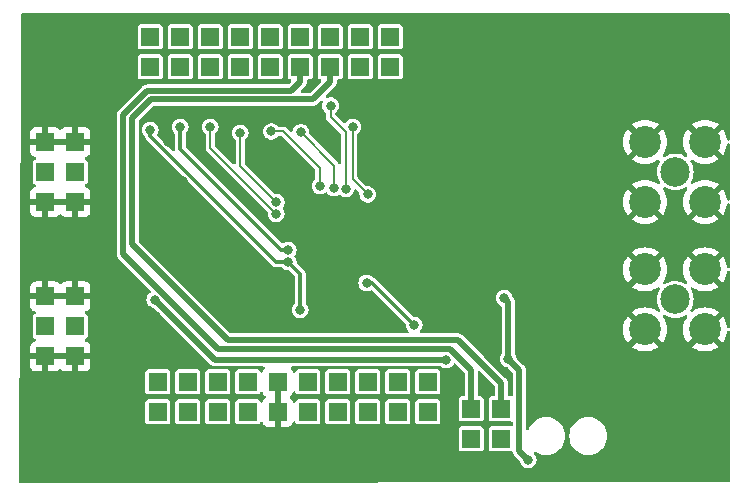
<source format=gbr>
%TF.GenerationSoftware,KiCad,Pcbnew,7.0.5.1-1-g8f565ef7f0-dirty-deb11*%
%TF.CreationDate,2023-07-20T11:12:50+00:00*%
%TF.ProjectId,ISM01,49534d30-312e-46b6-9963-61645f706362,rev?*%
%TF.SameCoordinates,Original*%
%TF.FileFunction,Copper,L1,Top*%
%TF.FilePolarity,Positive*%
%FSLAX46Y46*%
G04 Gerber Fmt 4.6, Leading zero omitted, Abs format (unit mm)*
G04 Created by KiCad (PCBNEW 7.0.5.1-1-g8f565ef7f0-dirty-deb11) date 2023-07-20 11:12:50*
%MOMM*%
%LPD*%
G01*
G04 APERTURE LIST*
G04 Aperture macros list*
%AMRoundRect*
0 Rectangle with rounded corners*
0 $1 Rounding radius*
0 $2 $3 $4 $5 $6 $7 $8 $9 X,Y pos of 4 corners*
0 Add a 4 corners polygon primitive as box body*
4,1,4,$2,$3,$4,$5,$6,$7,$8,$9,$2,$3,0*
0 Add four circle primitives for the rounded corners*
1,1,$1+$1,$2,$3*
1,1,$1+$1,$4,$5*
1,1,$1+$1,$6,$7*
1,1,$1+$1,$8,$9*
0 Add four rect primitives between the rounded corners*
20,1,$1+$1,$2,$3,$4,$5,0*
20,1,$1+$1,$4,$5,$6,$7,0*
20,1,$1+$1,$6,$7,$8,$9,0*
20,1,$1+$1,$8,$9,$2,$3,0*%
G04 Aperture macros list end*
%TA.AperFunction,ComponentPad*%
%ADD10R,1.524000X1.524000*%
%TD*%
%TA.AperFunction,ComponentPad*%
%ADD11C,6.000000*%
%TD*%
%TA.AperFunction,ComponentPad*%
%ADD12C,2.500000*%
%TD*%
%TA.AperFunction,ComponentPad*%
%ADD13C,2.700000*%
%TD*%
%TA.AperFunction,ComponentPad*%
%ADD14C,0.500000*%
%TD*%
%TA.AperFunction,SMDPad,CuDef*%
%ADD15RoundRect,0.249998X-1.800002X1.550002X-1.800002X-1.550002X1.800002X-1.550002X1.800002X1.550002X0*%
%TD*%
%TA.AperFunction,ViaPad*%
%ADD16C,0.800000*%
%TD*%
%TA.AperFunction,Conductor*%
%ADD17C,0.200000*%
%TD*%
%TA.AperFunction,Conductor*%
%ADD18C,0.500000*%
%TD*%
%TA.AperFunction,Conductor*%
%ADD19C,0.300000*%
%TD*%
G04 APERTURE END LIST*
D10*
%TO.P,J17,1*%
%TO.N,/TXRAMP*%
X157507047Y-116282689D03*
%TO.P,J17,2*%
X157507047Y-113742689D03*
%TD*%
%TO.P,J24,1*%
%TO.N,Net-(J24-Pad1)*%
X163730047Y-118568689D03*
%TO.P,J24,2*%
%TO.N,/P1.4*%
X163730047Y-116028689D03*
%TD*%
%TO.P,J25,1*%
%TO.N,Net-(J25-Pad1)*%
X161190047Y-118568689D03*
%TO.P,J25,2*%
%TO.N,/P1.5*%
X161190047Y-116028689D03*
%TD*%
%TO.P,J1,1*%
%TO.N,GND*%
X125122047Y-93422689D03*
%TO.P,J1,2*%
X127662047Y-93422689D03*
%TO.P,J1,3*%
%TO.N,VCC*%
X125122047Y-95962689D03*
%TO.P,J1,4*%
X127662047Y-95962689D03*
%TO.P,J1,5*%
%TO.N,GND*%
X125122047Y-98502689D03*
%TO.P,J1,6*%
X127662047Y-98502689D03*
%TD*%
%TO.P,J4,1*%
%TO.N,GND*%
X125122047Y-106503689D03*
%TO.P,J4,2*%
X127662047Y-106503689D03*
%TO.P,J4,3*%
%TO.N,+3V3*%
X125122047Y-109043689D03*
%TO.P,J4,4*%
X127662047Y-109043689D03*
%TO.P,J4,5*%
%TO.N,GND*%
X125122047Y-111583689D03*
%TO.P,J4,6*%
X127662047Y-111583689D03*
%TD*%
%TO.P,J10,1*%
%TO.N,/P0.6*%
X147347047Y-116282689D03*
%TO.P,J10,2*%
X147347047Y-113742689D03*
%TD*%
%TO.P,J11,1*%
%TO.N,/RX*%
X142267047Y-113742689D03*
%TO.P,J11,2*%
X142267047Y-116282689D03*
%TD*%
%TO.P,J12,1*%
%TO.N,/TX*%
X139727047Y-116282689D03*
%TO.P,J12,2*%
X139727047Y-113742689D03*
%TD*%
%TO.P,J13,1*%
%TO.N,/P0.3*%
X137187047Y-113742689D03*
%TO.P,J13,2*%
X137187047Y-116282689D03*
%TD*%
%TO.P,J14,1*%
%TO.N,/P0.2*%
X134647047Y-113742689D03*
%TO.P,J14,2*%
X134647047Y-116282689D03*
%TD*%
%TO.P,J19,1*%
%TO.N,/#IRQ*%
X149887047Y-116282689D03*
%TO.P,J19,2*%
X149887047Y-113742689D03*
%TD*%
%TO.P,J20,1*%
%TO.N,/GPIO0*%
X154967047Y-116282689D03*
%TO.P,J20,2*%
X154967047Y-113742689D03*
%TD*%
%TO.P,J21,1*%
%TO.N,/GPIO1*%
X152427047Y-116282689D03*
%TO.P,J21,2*%
X152427047Y-113742689D03*
%TD*%
D11*
%TO.P,M1,1*%
%TO.N,GND*%
X127662047Y-87072689D03*
%TD*%
%TO.P,M2,1*%
%TO.N,GND*%
X178462047Y-117552689D03*
%TD*%
%TO.P,M3,1*%
%TO.N,GND*%
X127662047Y-117552689D03*
%TD*%
%TO.P,M4,1*%
%TO.N,GND*%
X178462047Y-87072689D03*
%TD*%
D12*
%TO.P,J3,1*%
%TO.N,Net-(J3-Pad1)*%
X178462047Y-95962689D03*
D13*
%TO.P,J3,2*%
%TO.N,GND*%
X175922047Y-93422689D03*
X175922047Y-98502689D03*
X181002047Y-93422689D03*
X181002047Y-98502689D03*
%TD*%
D10*
%TO.P,J26,1*%
%TO.N,GND*%
X144807047Y-116282689D03*
%TO.P,J26,2*%
X144807047Y-113742689D03*
%TD*%
%TO.P,J8,1*%
%TO.N,/P1.5*%
X146712047Y-87072689D03*
%TO.P,J8,2*%
X146712047Y-84532689D03*
%TD*%
%TO.P,J7,1*%
%TO.N,/P1.6*%
X144172047Y-87072689D03*
%TO.P,J7,2*%
X144172047Y-84532689D03*
%TD*%
%TO.P,J6,1*%
%TO.N,/P2.7C2D*%
X141632047Y-87072689D03*
%TO.P,J6,2*%
X141632047Y-84532689D03*
%TD*%
%TO.P,J9,1*%
%TO.N,/P1.4*%
X149252047Y-87072689D03*
%TO.P,J9,2*%
X149252047Y-84532689D03*
%TD*%
%TO.P,J18,1*%
%TO.N,/#RST_C2CK*%
X139092047Y-87072689D03*
%TO.P,J18,2*%
X139092047Y-84532689D03*
%TD*%
%TO.P,J22,1*%
%TO.N,/GPIO2*%
X151792047Y-87072689D03*
%TO.P,J22,2*%
X151792047Y-84532689D03*
%TD*%
%TO.P,J16,1*%
%TO.N,/P0.0*%
X136552047Y-87072689D03*
%TO.P,J16,2*%
X136552047Y-84532689D03*
%TD*%
%TO.P,J15,1*%
%TO.N,/P0.1*%
X134012047Y-87072689D03*
%TO.P,J15,2*%
X134012047Y-84532689D03*
%TD*%
%TO.P,J23,1*%
%TO.N,/GPIO3*%
X154332047Y-87072689D03*
%TO.P,J23,2*%
X154332047Y-84532689D03*
%TD*%
D12*
%TO.P,J2,1*%
%TO.N,Net-(J2-Pad1)*%
X178462047Y-106757689D03*
D13*
%TO.P,J2,2*%
%TO.N,GND*%
X175922047Y-104217689D03*
X175922047Y-109297689D03*
X181002047Y-104217689D03*
X181002047Y-109297689D03*
%TD*%
D14*
%TO.P,U2,37*%
%TO.N,GND*%
X151687047Y-100127689D03*
X150487047Y-100127689D03*
X149287047Y-100127689D03*
X148087047Y-100127689D03*
X151687047Y-101677689D03*
X150487047Y-101677689D03*
D15*
X149887047Y-101677689D03*
D14*
X149287047Y-101677689D03*
X148087047Y-101677689D03*
X151687047Y-103227689D03*
X150487047Y-103227689D03*
X149287047Y-103227689D03*
X148087047Y-103227689D03*
%TD*%
D16*
%TO.N,GND*%
X134520047Y-118314689D03*
X132234047Y-112218689D03*
X174652047Y-90628689D03*
X173128047Y-102820689D03*
X157380047Y-120346689D03*
X162714047Y-90120689D03*
X181764047Y-112218689D03*
X158650047Y-108408689D03*
X177700047Y-112218689D03*
X159158047Y-87326689D03*
X161190047Y-90120689D03*
X167794047Y-90120689D03*
X132996047Y-118060689D03*
X143410047Y-120600689D03*
X156872047Y-91136689D03*
X137822047Y-92660689D03*
X159158047Y-85548689D03*
X139854047Y-105614689D03*
X155856047Y-101296689D03*
X172112047Y-97740689D03*
X154586047Y-103127689D03*
X163730047Y-97740689D03*
X136819072Y-96711664D03*
X132488047Y-105360689D03*
X173890047Y-113742689D03*
X173636047Y-94184689D03*
X140362047Y-100534689D03*
X132488047Y-116028689D03*
X173128047Y-105868689D03*
X169826047Y-106122689D03*
X169064047Y-97740689D03*
X173382047Y-92152689D03*
X143156047Y-93930689D03*
X175414047Y-112218689D03*
X173128047Y-109678689D03*
X164403147Y-103671589D03*
X159412047Y-118314689D03*
X162206047Y-97740689D03*
X136806047Y-97994689D03*
X141886047Y-105614689D03*
X130710047Y-91390689D03*
X136044047Y-103836689D03*
X165508047Y-97740689D03*
X179986047Y-112218689D03*
X154586047Y-104090689D03*
X171604047Y-91644689D03*
X168302047Y-106122689D03*
X156110047Y-103582689D03*
X154825371Y-100520013D03*
X155602047Y-92406689D03*
X156872047Y-90120689D03*
X145442047Y-93930689D03*
X171604047Y-94184689D03*
X169572047Y-90120689D03*
X137568047Y-105614689D03*
X148490047Y-119076689D03*
X166016047Y-90120689D03*
X125122047Y-103328689D03*
X157126047Y-83770689D03*
X159285047Y-97613689D03*
X132234047Y-110440689D03*
X171604047Y-93168689D03*
X135536047Y-93422689D03*
X160936047Y-87326689D03*
X166778047Y-106122689D03*
X171604047Y-90120689D03*
X159412047Y-116028689D03*
X125122047Y-101296689D03*
X173128047Y-104090689D03*
X173128047Y-107392689D03*
X170588047Y-97740689D03*
X154332047Y-98248689D03*
X153062047Y-92152689D03*
X158142047Y-104090689D03*
X173382047Y-111710689D03*
X164238047Y-90120689D03*
X179986047Y-101296689D03*
X140870047Y-94438689D03*
X130456047Y-110440689D03*
X182018047Y-101296689D03*
X159158047Y-83770689D03*
X132234047Y-113996689D03*
X152300047Y-107900689D03*
X137822047Y-120346689D03*
X144680047Y-119076689D03*
X146458047Y-119076689D03*
X150268047Y-119076689D03*
X161190047Y-88850689D03*
X171350047Y-106122689D03*
X137060047Y-118314689D03*
X158142047Y-103074689D03*
X151983826Y-107028958D03*
X164492047Y-102058689D03*
X134520047Y-108154689D03*
X135028047Y-100788689D03*
X167286047Y-97740689D03*
X157126047Y-88850689D03*
X143410047Y-105614689D03*
X159412047Y-114250689D03*
X173128047Y-97740689D03*
X157746371Y-97599013D03*
X160682047Y-97613689D03*
X157380047Y-118568689D03*
X145442047Y-108916689D03*
X133758047Y-93930689D03*
%TO.N,+3V3*%
X166016047Y-120346689D03*
X159080218Y-111866347D03*
X163984057Y-106630689D03*
X164315993Y-111788661D03*
X134381279Y-106769457D03*
%TO.N,Net-(R2-Pad2)*%
X144680047Y-98502689D03*
X141632047Y-92660689D03*
%TO.N,Net-(R3-Pad2)*%
X148383466Y-97155728D03*
X144273647Y-92533689D03*
%TO.N,Net-(R4-Pad2)*%
X149572202Y-97341985D03*
X146762847Y-92609889D03*
%TO.N,Net-(R5-Pad2)*%
X149277447Y-90339691D03*
X150570649Y-97397729D03*
%TO.N,Net-(R12-Pad2)*%
X136552047Y-92152689D03*
X145696047Y-102566689D03*
%TO.N,Net-(R13-Pad2)*%
X152337047Y-105360689D03*
X156364047Y-108916689D03*
%TO.N,Net-(R18-Pad2)*%
X152427047Y-97867689D03*
X151157047Y-92152689D03*
%TO.N,/P0.1_1*%
X134012047Y-92406689D03*
X146712047Y-107646689D03*
X145696047Y-103582689D03*
%TO.N,/#RST_1*%
X144680047Y-99502692D03*
X139092047Y-92152689D03*
%TD*%
D17*
%TO.N,GND*%
X143156047Y-93930689D02*
X143156047Y-93365004D01*
X135282047Y-93168689D02*
X135536047Y-93422689D01*
D18*
X151983826Y-107584468D02*
X152300047Y-107900689D01*
D17*
X142140047Y-90882689D02*
X136786045Y-90882689D01*
X140362047Y-91390689D02*
X140362047Y-93930689D01*
X142902047Y-93111004D02*
X142902047Y-92894687D01*
X149887047Y-101677689D02*
X153667695Y-101677689D01*
X142902047Y-91390689D02*
X142648047Y-91136689D01*
X140616047Y-91136689D02*
X140362047Y-91390689D01*
D18*
X127662047Y-106503689D02*
X131345047Y-106503689D01*
X159270371Y-97599013D02*
X159285047Y-97613689D01*
X157126047Y-83770689D02*
X159158047Y-83770689D01*
X151983826Y-107028958D02*
X151983826Y-107584468D01*
D17*
X143156047Y-93365004D02*
X142902047Y-93111004D01*
X136786045Y-90882689D02*
X135282047Y-90882689D01*
X142648047Y-91136689D02*
X140616047Y-91136689D01*
D18*
X164492047Y-103582689D02*
X164403147Y-103671589D01*
D17*
X143156047Y-91898689D02*
X142140047Y-90882689D01*
D18*
X131345047Y-106503689D02*
X132488047Y-105360689D01*
X144680047Y-119076689D02*
X144680047Y-119330689D01*
D17*
X142902047Y-92894687D02*
X142902047Y-91390689D01*
X140362047Y-93930689D02*
X140870047Y-94438689D01*
X143156047Y-93930689D02*
X143156047Y-91898689D01*
X153667695Y-101677689D02*
X154825371Y-100520013D01*
X135282047Y-90882689D02*
X135282047Y-93168689D01*
D18*
X145442047Y-93930689D02*
X143156047Y-93930689D01*
X162079047Y-97613689D02*
X162206047Y-97740689D01*
%TO.N,+3V3*%
X165254047Y-112726715D02*
X164715992Y-112188660D01*
X164315993Y-111788661D02*
X164315993Y-106962625D01*
X139478169Y-111866347D02*
X134381279Y-106769457D01*
X159080218Y-111866347D02*
X139478169Y-111866347D01*
X166016047Y-120346689D02*
X165254047Y-119584689D01*
X164715992Y-112188660D02*
X164315993Y-111788661D01*
X165254047Y-119584689D02*
X165254047Y-112726715D01*
X164315993Y-106962625D02*
X163984057Y-106630689D01*
%TO.N,/P1.5*%
X146712047Y-88334689D02*
X146712047Y-87072689D01*
X161190047Y-112718174D02*
X159420562Y-110948689D01*
X159420562Y-110948689D02*
X139762607Y-110948689D01*
X133758047Y-89104689D02*
X145942047Y-89104689D01*
X131726047Y-91136689D02*
X133758047Y-89104689D01*
X131726047Y-102912129D02*
X131726047Y-101827549D01*
X161190047Y-116028689D02*
X161190047Y-112718174D01*
X145942047Y-89104689D02*
X146712047Y-88334689D01*
X131726047Y-102312689D02*
X131726047Y-101827549D01*
X139762607Y-110948689D02*
X131726047Y-102912129D01*
X131726047Y-101827549D02*
X131726047Y-91136689D01*
%TO.N,/P1.4*%
X149252047Y-88334689D02*
X149252047Y-87072689D01*
X163730047Y-116028689D02*
X163730047Y-113830047D01*
X134047999Y-89804699D02*
X147782037Y-89804699D01*
X147782037Y-89804699D02*
X149252047Y-88334689D01*
X132488047Y-91364651D02*
X134047999Y-89804699D01*
X160086689Y-110186689D02*
X140590009Y-110186689D01*
X132488047Y-102084727D02*
X132488047Y-91364651D01*
X163730047Y-113830047D02*
X160086689Y-110186689D01*
X140590009Y-110186689D02*
X132488047Y-102084727D01*
D17*
%TO.N,Net-(R2-Pad2)*%
X144680047Y-98502689D02*
X141632047Y-95454689D01*
X141632047Y-95454689D02*
X141632047Y-92660689D01*
%TO.N,Net-(R3-Pad2)*%
X145289647Y-92533689D02*
X144273647Y-92533689D01*
X148383466Y-95627508D02*
X145289647Y-92533689D01*
X148383466Y-97155728D02*
X148383466Y-95627508D01*
%TO.N,Net-(R4-Pad2)*%
X149572202Y-95419244D02*
X146762847Y-92609889D01*
X149572202Y-97341985D02*
X149572202Y-95419244D01*
%TO.N,Net-(R5-Pad2)*%
X149277447Y-91309091D02*
X149277447Y-90339691D01*
X150570649Y-97397729D02*
X150570649Y-92602293D01*
X150570649Y-92602293D02*
X149277447Y-91309091D01*
D19*
%TO.N,Net-(R12-Pad2)*%
X145696047Y-102566689D02*
X145066689Y-102566689D01*
X145066689Y-102566689D02*
X136552047Y-94052047D01*
X136552047Y-94052047D02*
X136552047Y-92152689D01*
%TO.N,Net-(R13-Pad2)*%
X152808047Y-105360689D02*
X152337047Y-105360689D01*
X156364047Y-108916689D02*
X152808047Y-105360689D01*
D17*
%TO.N,Net-(R18-Pad2)*%
X151157047Y-92152689D02*
X151157047Y-96597689D01*
X151157047Y-96597689D02*
X152427047Y-97867689D01*
D19*
%TO.N,/P0.1_1*%
X134012047Y-92914689D02*
X134012047Y-92406689D01*
X146712047Y-104598689D02*
X146712047Y-107646689D01*
X144680047Y-103582689D02*
X134012047Y-92914689D01*
X145696047Y-103582689D02*
X144680047Y-103582689D01*
X145696047Y-103582689D02*
X146712047Y-104598689D01*
D17*
%TO.N,/#RST_1*%
X144680047Y-99502692D02*
X139092047Y-93914692D01*
X139092047Y-93914692D02*
X139092047Y-92152689D01*
%TD*%
%TA.AperFunction,Conductor*%
%TO.N,GND*%
G36*
X145610991Y-104283189D02*
G01*
X145707252Y-104283189D01*
X145775373Y-104303191D01*
X145796347Y-104320093D01*
X146224642Y-104748387D01*
X146258667Y-104810700D01*
X146261547Y-104837483D01*
X146261547Y-105868689D01*
X145442047Y-105868689D01*
X145545379Y-104267017D01*
X145610991Y-104283189D01*
G37*
%TD.AperFunction*%
%TA.AperFunction,Conductor*%
G36*
X154332047Y-105868689D02*
G01*
X153953150Y-105868689D01*
X153146989Y-105062528D01*
X153142286Y-105057265D01*
X153117927Y-105026720D01*
X153069731Y-104993860D01*
X153067842Y-104992519D01*
X153042257Y-104973637D01*
X153020926Y-104957893D01*
X153013377Y-104953903D01*
X153005721Y-104950217D01*
X152949991Y-104933027D01*
X152947752Y-104932290D01*
X152908497Y-104918554D01*
X152866560Y-104893938D01*
X152743923Y-104785292D01*
X152737899Y-104779955D01*
X152737898Y-104779954D01*
X152587272Y-104700899D01*
X152587268Y-104700897D01*
X152422106Y-104660189D01*
X152422103Y-104660189D01*
X152251991Y-104660189D01*
X152251987Y-104660189D01*
X152086825Y-104700897D01*
X152086821Y-104700899D01*
X151936195Y-104779954D01*
X151936189Y-104779959D01*
X151808865Y-104892758D01*
X151808863Y-104892760D01*
X151712228Y-105032759D01*
X151712226Y-105032763D01*
X151651906Y-105191817D01*
X151631402Y-105360686D01*
X151631402Y-105360691D01*
X151651906Y-105529560D01*
X151712226Y-105688614D01*
X151712228Y-105688618D01*
X151808862Y-105828616D01*
X151854095Y-105868689D01*
X147162547Y-105868689D01*
X147162547Y-104627531D01*
X147162943Y-104620472D01*
X147167317Y-104581654D01*
X147156472Y-104524342D01*
X147156083Y-104522050D01*
X147147395Y-104464402D01*
X147147391Y-104464394D01*
X147144871Y-104456223D01*
X147142069Y-104448214D01*
X147128052Y-104421695D01*
X147114804Y-104396628D01*
X147113768Y-104394577D01*
X147088472Y-104342047D01*
X147088469Y-104342044D01*
X147088469Y-104342043D01*
X147083666Y-104334997D01*
X147078614Y-104328153D01*
X147078613Y-104328151D01*
X147037366Y-104286904D01*
X147035758Y-104285234D01*
X147018855Y-104267017D01*
X146996102Y-104242495D01*
X146996099Y-104242493D01*
X146996098Y-104242492D01*
X146988719Y-104236607D01*
X146989258Y-104235930D01*
X146976932Y-104226470D01*
X146735944Y-103985482D01*
X146437650Y-103687189D01*
X146403626Y-103624877D01*
X146402013Y-103590312D01*
X146401692Y-103590312D01*
X146401692Y-103583424D01*
X146401667Y-103582893D01*
X146401692Y-103582689D01*
X146381187Y-103413817D01*
X146320865Y-103254759D01*
X146245974Y-103146262D01*
X146223740Y-103078841D01*
X146241487Y-103010098D01*
X146245960Y-103003136D01*
X146320865Y-102894619D01*
X146381187Y-102735561D01*
X146401692Y-102566689D01*
X146381187Y-102397817D01*
X146320865Y-102238759D01*
X146224230Y-102098760D01*
X146096899Y-101985955D01*
X146096898Y-101985954D01*
X145946272Y-101906899D01*
X145946268Y-101906897D01*
X145781106Y-101866189D01*
X145781103Y-101866189D01*
X145700273Y-101866189D01*
X145950047Y-97994689D01*
X149143359Y-97897921D01*
X149170812Y-97922243D01*
X149171350Y-97922719D01*
X149321977Y-98001775D01*
X149321978Y-98001775D01*
X149321980Y-98001776D01*
X149455804Y-98034760D01*
X149487146Y-98042485D01*
X149487149Y-98042485D01*
X149657255Y-98042485D01*
X149657258Y-98042485D01*
X149822427Y-98001775D01*
X149973054Y-97922719D01*
X149973055Y-97922718D01*
X149979802Y-97919177D01*
X149981383Y-97922190D01*
X150034174Y-97904650D01*
X150102956Y-97922243D01*
X150122157Y-97936257D01*
X150169797Y-97978463D01*
X150320424Y-98057519D01*
X150320425Y-98057519D01*
X150320427Y-98057520D01*
X150477110Y-98096138D01*
X150485593Y-98098229D01*
X150485596Y-98098229D01*
X150655702Y-98098229D01*
X150655705Y-98098229D01*
X150820874Y-98057519D01*
X150971501Y-97978463D01*
X151098832Y-97865658D01*
X151117862Y-97838087D01*
X151727237Y-97819622D01*
X151721402Y-97867685D01*
X151721402Y-97867691D01*
X151741906Y-98036560D01*
X151802226Y-98195614D01*
X151802228Y-98195618D01*
X151802229Y-98195619D01*
X151898864Y-98335618D01*
X152026195Y-98448423D01*
X152176822Y-98527479D01*
X152176823Y-98527479D01*
X152176825Y-98527480D01*
X152333508Y-98566098D01*
X152341991Y-98568189D01*
X152341994Y-98568189D01*
X152512100Y-98568189D01*
X152512103Y-98568189D01*
X152677272Y-98527479D01*
X152827899Y-98448423D01*
X152955230Y-98335618D01*
X153051865Y-98195619D01*
X153112187Y-98036561D01*
X153132692Y-97867689D01*
X153132445Y-97865658D01*
X153128366Y-97832067D01*
X153121724Y-97777364D01*
X154332047Y-97740689D01*
X154332047Y-105868689D01*
G37*
%TD.AperFunction*%
%TD*%
%TA.AperFunction,Conductor*%
%TO.N,GND*%
G36*
X144612007Y-114147693D02*
G01*
X144740049Y-114187189D01*
X144840359Y-114187189D01*
X144939546Y-114172239D01*
X145060271Y-114114101D01*
X145061047Y-114113380D01*
X145061047Y-115917883D01*
X145002087Y-115877685D01*
X144874045Y-115838189D01*
X144773735Y-115838189D01*
X144674548Y-115853139D01*
X144553823Y-115911277D01*
X144553047Y-115911997D01*
X144553047Y-114107494D01*
X144612007Y-114147693D01*
G37*
%TD.AperFunction*%
%TA.AperFunction,Conductor*%
G36*
X148553462Y-89915963D02*
G01*
X148610298Y-89958510D01*
X148635109Y-90025030D01*
X148627242Y-90078698D01*
X148592306Y-90170817D01*
X148592306Y-90170818D01*
X148571802Y-90339688D01*
X148571802Y-90339693D01*
X148592306Y-90508562D01*
X148652626Y-90667616D01*
X148652628Y-90667620D01*
X148652629Y-90667621D01*
X148749264Y-90807620D01*
X148834501Y-90883133D01*
X148872226Y-90943275D01*
X148876947Y-90977444D01*
X148876947Y-91372525D01*
X148883745Y-91393449D01*
X148888359Y-91412668D01*
X148891800Y-91434391D01*
X148891802Y-91434397D01*
X148901788Y-91453997D01*
X148909353Y-91472260D01*
X148916150Y-91493180D01*
X148916151Y-91493182D01*
X148929078Y-91510974D01*
X148939407Y-91527829D01*
X148949395Y-91547431D01*
X148949396Y-91547432D01*
X148949397Y-91547433D01*
X148970389Y-91568425D01*
X148970416Y-91568454D01*
X150133244Y-92731281D01*
X150167269Y-92793593D01*
X150170149Y-92820376D01*
X150170149Y-95174779D01*
X150150147Y-95242900D01*
X150096491Y-95289393D01*
X150026217Y-95299497D01*
X149961637Y-95270003D01*
X149940167Y-95242568D01*
X149939328Y-95243178D01*
X149920568Y-95217357D01*
X149910237Y-95200498D01*
X149900253Y-95180903D01*
X149894129Y-95174779D01*
X149879621Y-95160271D01*
X149879604Y-95160252D01*
X147496795Y-92777444D01*
X147462770Y-92715132D01*
X147460809Y-92673160D01*
X147462324Y-92660689D01*
X147468492Y-92609889D01*
X147463756Y-92570887D01*
X147447987Y-92441017D01*
X147387667Y-92281963D01*
X147387665Y-92281959D01*
X147291030Y-92141960D01*
X147291028Y-92141958D01*
X147163704Y-92029159D01*
X147163698Y-92029154D01*
X147013072Y-91950099D01*
X147013068Y-91950097D01*
X146847906Y-91909389D01*
X146847903Y-91909389D01*
X146677791Y-91909389D01*
X146677787Y-91909389D01*
X146512625Y-91950097D01*
X146512621Y-91950099D01*
X146361995Y-92029154D01*
X146361989Y-92029159D01*
X146234665Y-92141958D01*
X146234663Y-92141960D01*
X146138028Y-92281959D01*
X146138026Y-92281963D01*
X146077706Y-92441017D01*
X146074863Y-92464431D01*
X146046795Y-92529644D01*
X145987925Y-92569329D01*
X145916946Y-92570887D01*
X145860688Y-92538337D01*
X145550556Y-92228205D01*
X145550555Y-92228204D01*
X145548995Y-92226644D01*
X145548981Y-92226631D01*
X145527989Y-92205639D01*
X145527988Y-92205638D01*
X145527987Y-92205637D01*
X145508385Y-92195649D01*
X145491530Y-92185320D01*
X145473738Y-92172393D01*
X145473736Y-92172392D01*
X145452816Y-92165595D01*
X145434553Y-92158030D01*
X145414953Y-92148044D01*
X145414952Y-92148043D01*
X145414951Y-92148043D01*
X145414949Y-92148042D01*
X145414947Y-92148042D01*
X145393224Y-92144601D01*
X145374005Y-92139987D01*
X145353081Y-92133189D01*
X145353080Y-92133189D01*
X145321166Y-92133189D01*
X144914503Y-92133189D01*
X144846382Y-92113187D01*
X144810808Y-92078766D01*
X144801832Y-92065762D01*
X144801828Y-92065758D01*
X144674504Y-91952959D01*
X144674498Y-91952954D01*
X144523872Y-91873899D01*
X144523868Y-91873897D01*
X144358706Y-91833189D01*
X144358703Y-91833189D01*
X144188591Y-91833189D01*
X144188587Y-91833189D01*
X144023425Y-91873897D01*
X144023421Y-91873899D01*
X143872795Y-91952954D01*
X143872789Y-91952959D01*
X143745465Y-92065758D01*
X143745463Y-92065760D01*
X143648828Y-92205759D01*
X143648826Y-92205763D01*
X143588506Y-92364817D01*
X143568002Y-92533686D01*
X143568002Y-92533691D01*
X143588506Y-92702560D01*
X143648826Y-92861614D01*
X143648828Y-92861618D01*
X143745463Y-93001617D01*
X143745465Y-93001619D01*
X143801517Y-93051277D01*
X143872795Y-93114423D01*
X144023422Y-93193479D01*
X144023423Y-93193479D01*
X144023425Y-93193480D01*
X144157176Y-93226446D01*
X144188591Y-93234189D01*
X144188594Y-93234189D01*
X144358700Y-93234189D01*
X144358703Y-93234189D01*
X144523872Y-93193479D01*
X144674499Y-93114423D01*
X144801830Y-93001618D01*
X144808943Y-92991313D01*
X144810808Y-92988612D01*
X144865967Y-92943912D01*
X144914503Y-92934189D01*
X145071564Y-92934189D01*
X145139685Y-92954191D01*
X145160659Y-92971094D01*
X147946061Y-95756496D01*
X147980087Y-95818808D01*
X147982966Y-95845591D01*
X147982966Y-96517973D01*
X147962964Y-96586094D01*
X147940520Y-96612285D01*
X147855282Y-96687800D01*
X147758647Y-96827798D01*
X147758645Y-96827802D01*
X147698325Y-96986856D01*
X147677821Y-97155725D01*
X147677821Y-97155730D01*
X147698325Y-97324599D01*
X147758645Y-97483653D01*
X147758647Y-97483657D01*
X147855282Y-97623656D01*
X147855284Y-97623658D01*
X147970418Y-97725658D01*
X147982614Y-97736462D01*
X148133241Y-97815518D01*
X148133242Y-97815518D01*
X148133244Y-97815519D01*
X148244323Y-97842897D01*
X148298410Y-97856228D01*
X148298413Y-97856228D01*
X148468519Y-97856228D01*
X148468522Y-97856228D01*
X148633691Y-97815518D01*
X148784318Y-97736462D01*
X148807554Y-97715876D01*
X148871806Y-97685676D01*
X148942186Y-97695007D01*
X148994801Y-97738610D01*
X149044019Y-97809914D01*
X149044020Y-97809915D01*
X149044021Y-97809916D01*
X149143359Y-97897921D01*
X145950047Y-97994689D01*
X145700273Y-101866189D01*
X145610991Y-101866189D01*
X145610987Y-101866189D01*
X145445825Y-101906897D01*
X145445821Y-101906899D01*
X145295194Y-101985955D01*
X145292697Y-101988168D01*
X145290476Y-101989211D01*
X145288920Y-101990286D01*
X145288741Y-101990027D01*
X145228443Y-102018367D01*
X145158062Y-102009033D01*
X145120051Y-101982948D01*
X141086269Y-97949166D01*
X137039452Y-93902348D01*
X137005426Y-93840036D01*
X137002547Y-93813253D01*
X137002547Y-92746146D01*
X137022549Y-92678025D01*
X137044996Y-92651832D01*
X137080225Y-92620622D01*
X137080230Y-92620618D01*
X137176865Y-92480619D01*
X137237187Y-92321561D01*
X137257692Y-92152689D01*
X138386402Y-92152689D01*
X138406906Y-92321560D01*
X138467226Y-92480614D01*
X138467228Y-92480618D01*
X138529537Y-92570887D01*
X138563864Y-92620618D01*
X138649101Y-92696131D01*
X138686826Y-92756273D01*
X138691547Y-92790442D01*
X138691547Y-93978126D01*
X138698345Y-93999050D01*
X138702959Y-94018269D01*
X138706400Y-94039992D01*
X138706402Y-94039998D01*
X138716388Y-94059598D01*
X138723953Y-94077861D01*
X138730750Y-94098781D01*
X138730751Y-94098783D01*
X138743678Y-94116575D01*
X138754007Y-94133430D01*
X138763995Y-94153032D01*
X138763996Y-94153033D01*
X138763997Y-94153034D01*
X138784989Y-94174026D01*
X138785016Y-94174055D01*
X143946098Y-99335135D01*
X143980123Y-99397447D01*
X143982084Y-99439416D01*
X143974402Y-99502687D01*
X143974402Y-99502694D01*
X143994906Y-99671563D01*
X144055226Y-99830617D01*
X144055228Y-99830621D01*
X144151863Y-99970620D01*
X144151865Y-99970622D01*
X144216280Y-100027689D01*
X144279195Y-100083426D01*
X144429822Y-100162482D01*
X144429823Y-100162482D01*
X144429825Y-100162483D01*
X144586508Y-100201101D01*
X144594991Y-100203192D01*
X144594994Y-100203192D01*
X144765100Y-100203192D01*
X144765103Y-100203192D01*
X144930272Y-100162482D01*
X145080899Y-100083426D01*
X145208230Y-99970621D01*
X145304865Y-99830622D01*
X145365187Y-99671564D01*
X145384725Y-99510654D01*
X145385692Y-99502694D01*
X145385692Y-99502689D01*
X145365187Y-99333820D01*
X145304867Y-99174766D01*
X145304865Y-99174762D01*
X145235497Y-99074266D01*
X145213261Y-99006842D01*
X145231008Y-98938099D01*
X145235490Y-98931123D01*
X145304865Y-98830619D01*
X145365187Y-98671561D01*
X145377739Y-98568188D01*
X145385692Y-98502691D01*
X145385692Y-98502686D01*
X145365187Y-98333817D01*
X145304867Y-98174763D01*
X145304865Y-98174759D01*
X145208230Y-98034760D01*
X145208228Y-98034758D01*
X145080904Y-97921959D01*
X145080898Y-97921954D01*
X144930272Y-97842899D01*
X144930268Y-97842897D01*
X144765106Y-97802189D01*
X144765103Y-97802189D01*
X144598130Y-97802189D01*
X144530009Y-97782187D01*
X144509035Y-97765284D01*
X142069452Y-95325701D01*
X142035426Y-95263389D01*
X142032547Y-95236606D01*
X142032547Y-93298442D01*
X142052549Y-93230321D01*
X142074989Y-93204134D01*
X142160230Y-93128618D01*
X142256865Y-92988619D01*
X142317187Y-92829561D01*
X142328860Y-92733423D01*
X142337692Y-92660691D01*
X142337692Y-92660686D01*
X142317187Y-92491817D01*
X142256867Y-92332763D01*
X142256865Y-92332759D01*
X142160230Y-92192760D01*
X142160228Y-92192758D01*
X142032904Y-92079959D01*
X142032898Y-92079954D01*
X141882272Y-92000899D01*
X141882268Y-92000897D01*
X141717106Y-91960189D01*
X141717103Y-91960189D01*
X141546991Y-91960189D01*
X141546987Y-91960189D01*
X141381825Y-92000897D01*
X141381821Y-92000899D01*
X141231195Y-92079954D01*
X141231189Y-92079959D01*
X141103865Y-92192758D01*
X141103863Y-92192760D01*
X141007228Y-92332759D01*
X141007226Y-92332763D01*
X140946906Y-92491817D01*
X140926402Y-92660686D01*
X140926402Y-92660691D01*
X140946906Y-92829560D01*
X141007226Y-92988614D01*
X141007228Y-92988618D01*
X141054505Y-93057110D01*
X141103864Y-93128618D01*
X141189101Y-93204131D01*
X141226826Y-93264273D01*
X141231547Y-93298442D01*
X141231547Y-95183609D01*
X141211545Y-95251730D01*
X141157889Y-95298223D01*
X141087615Y-95308327D01*
X141023035Y-95278833D01*
X141016452Y-95272704D01*
X139529452Y-93785704D01*
X139495426Y-93723392D01*
X139492547Y-93696609D01*
X139492547Y-92790442D01*
X139512549Y-92722321D01*
X139534989Y-92696134D01*
X139620230Y-92620618D01*
X139716865Y-92480619D01*
X139777187Y-92321561D01*
X139797692Y-92152689D01*
X139796389Y-92141960D01*
X139777187Y-91983817D01*
X139716867Y-91824763D01*
X139716865Y-91824759D01*
X139620230Y-91684760D01*
X139620228Y-91684758D01*
X139492904Y-91571959D01*
X139492898Y-91571954D01*
X139342272Y-91492899D01*
X139342268Y-91492897D01*
X139177106Y-91452189D01*
X139177103Y-91452189D01*
X139006991Y-91452189D01*
X139006987Y-91452189D01*
X138841825Y-91492897D01*
X138841821Y-91492899D01*
X138691195Y-91571954D01*
X138691189Y-91571959D01*
X138563865Y-91684758D01*
X138563863Y-91684760D01*
X138467228Y-91824759D01*
X138467226Y-91824763D01*
X138406906Y-91983817D01*
X138386402Y-92152686D01*
X138386402Y-92152689D01*
X137257692Y-92152689D01*
X137256389Y-92141960D01*
X137237187Y-91983817D01*
X137176867Y-91824763D01*
X137176865Y-91824759D01*
X137080230Y-91684760D01*
X137080228Y-91684758D01*
X136952904Y-91571959D01*
X136952898Y-91571954D01*
X136802272Y-91492899D01*
X136802268Y-91492897D01*
X136637106Y-91452189D01*
X136637103Y-91452189D01*
X136466991Y-91452189D01*
X136466987Y-91452189D01*
X136301825Y-91492897D01*
X136301821Y-91492899D01*
X136151195Y-91571954D01*
X136151189Y-91571959D01*
X136023865Y-91684758D01*
X136023863Y-91684760D01*
X135927228Y-91824759D01*
X135927226Y-91824763D01*
X135866906Y-91983817D01*
X135846402Y-92152686D01*
X135846402Y-92152689D01*
X135866906Y-92321560D01*
X135927226Y-92480614D01*
X135927228Y-92480618D01*
X136023863Y-92620617D01*
X136023868Y-92620622D01*
X136059098Y-92651832D01*
X136096825Y-92711975D01*
X136101547Y-92746146D01*
X136101547Y-94023204D01*
X136101150Y-94030264D01*
X136096377Y-94072628D01*
X136068872Y-94138080D01*
X136010348Y-94178272D01*
X135939384Y-94180443D01*
X135882074Y-94147613D01*
X134642598Y-92908137D01*
X134608572Y-92845825D01*
X134613637Y-92775010D01*
X134627994Y-92747470D01*
X134636865Y-92734619D01*
X134697187Y-92575561D01*
X134704022Y-92519270D01*
X134717692Y-92406691D01*
X134717692Y-92406686D01*
X134697187Y-92237817D01*
X134636867Y-92078763D01*
X134636865Y-92078759D01*
X134540230Y-91938760D01*
X134540228Y-91938758D01*
X134412904Y-91825959D01*
X134412898Y-91825954D01*
X134262272Y-91746899D01*
X134262268Y-91746897D01*
X134097106Y-91706189D01*
X134097103Y-91706189D01*
X133926991Y-91706189D01*
X133926987Y-91706189D01*
X133761825Y-91746897D01*
X133761821Y-91746899D01*
X133611195Y-91825954D01*
X133611189Y-91825959D01*
X133483865Y-91938758D01*
X133483863Y-91938760D01*
X133387228Y-92078759D01*
X133387226Y-92078763D01*
X133326906Y-92237817D01*
X133306402Y-92406686D01*
X133306402Y-92406691D01*
X133326906Y-92575560D01*
X133387226Y-92734614D01*
X133387228Y-92734618D01*
X133396096Y-92747465D01*
X133483864Y-92874618D01*
X133526238Y-92912158D01*
X133563963Y-92972300D01*
X133566488Y-92983047D01*
X133567613Y-92988993D01*
X133568007Y-92991313D01*
X133576698Y-93048975D01*
X133579207Y-93057110D01*
X133582025Y-93065165D01*
X133609271Y-93116714D01*
X133610333Y-93118818D01*
X133635622Y-93171331D01*
X133635623Y-93171332D01*
X133640433Y-93178388D01*
X133645479Y-93185225D01*
X133645480Y-93185226D01*
X133645481Y-93185227D01*
X133686727Y-93226473D01*
X133688319Y-93228125D01*
X133727992Y-93270883D01*
X133727994Y-93270884D01*
X133735376Y-93276771D01*
X133734835Y-93277449D01*
X133747164Y-93286910D01*
X144341103Y-103880848D01*
X144345805Y-103886110D01*
X144368800Y-103914944D01*
X144370168Y-103916659D01*
X144418364Y-103949518D01*
X144420231Y-103950843D01*
X144467165Y-103985482D01*
X144467168Y-103985484D01*
X144474716Y-103989472D01*
X144482371Y-103993159D01*
X144482374Y-103993161D01*
X144538127Y-104010358D01*
X144540277Y-104011065D01*
X144595347Y-104030335D01*
X144595353Y-104030335D01*
X144603724Y-104031919D01*
X144612143Y-104033188D01*
X144612145Y-104033189D01*
X144670439Y-104033189D01*
X144672795Y-104033233D01*
X144674650Y-104033302D01*
X144731057Y-104035413D01*
X144731062Y-104035411D01*
X144740437Y-104034356D01*
X144740534Y-104035217D01*
X144755944Y-104033189D01*
X145100405Y-104033189D01*
X145168526Y-104053191D01*
X145183958Y-104064876D01*
X145295195Y-104163423D01*
X145445822Y-104242479D01*
X145445823Y-104242479D01*
X145445825Y-104242480D01*
X145545380Y-104267017D01*
X145442047Y-105868689D01*
X146261547Y-105868689D01*
X146261547Y-107053231D01*
X146241545Y-107121352D01*
X146219101Y-107147543D01*
X146183862Y-107178761D01*
X146087228Y-107318759D01*
X146087226Y-107318763D01*
X146026906Y-107477817D01*
X146006402Y-107646686D01*
X146006402Y-107646691D01*
X146026906Y-107815560D01*
X146087226Y-107974614D01*
X146087228Y-107974618D01*
X146183863Y-108114617D01*
X146183865Y-108114619D01*
X146293440Y-108211694D01*
X146311195Y-108227423D01*
X146461822Y-108306479D01*
X146461823Y-108306479D01*
X146461825Y-108306480D01*
X146618508Y-108345098D01*
X146626991Y-108347189D01*
X146626994Y-108347189D01*
X146797100Y-108347189D01*
X146797103Y-108347189D01*
X146962272Y-108306479D01*
X147112899Y-108227423D01*
X147240230Y-108114618D01*
X147336865Y-107974619D01*
X147397187Y-107815561D01*
X147417692Y-107646689D01*
X147401295Y-107511653D01*
X147397187Y-107477817D01*
X147336867Y-107318763D01*
X147336865Y-107318759D01*
X147240231Y-107178761D01*
X147204993Y-107147543D01*
X147167268Y-107087398D01*
X147162547Y-107053231D01*
X147162547Y-105868689D01*
X151854094Y-105868689D01*
X151936195Y-105941423D01*
X152086822Y-106020479D01*
X152086823Y-106020479D01*
X152086825Y-106020480D01*
X152213074Y-106051597D01*
X152251991Y-106061189D01*
X152251994Y-106061189D01*
X152422100Y-106061189D01*
X152422103Y-106061189D01*
X152587272Y-106020479D01*
X152664845Y-105979764D01*
X152734453Y-105965819D01*
X152800556Y-105991722D01*
X152812492Y-106002238D01*
X155622442Y-108812188D01*
X155656468Y-108874500D01*
X155658083Y-108909068D01*
X155658402Y-108909068D01*
X155658402Y-108915888D01*
X155658429Y-108916466D01*
X155658402Y-108916688D01*
X155658402Y-108916691D01*
X155678906Y-109085560D01*
X155739226Y-109244614D01*
X155739228Y-109244618D01*
X155835863Y-109384617D01*
X155835865Y-109384619D01*
X155871148Y-109415877D01*
X155908874Y-109476021D01*
X155908094Y-109547013D01*
X155869057Y-109606314D01*
X155804156Y-109635096D01*
X155787595Y-109636189D01*
X140870224Y-109636189D01*
X140802103Y-109616187D01*
X140781129Y-109599284D01*
X133075452Y-101893607D01*
X133041426Y-101831295D01*
X133038547Y-101804512D01*
X133038547Y-91644864D01*
X133058549Y-91576743D01*
X133075447Y-91555774D01*
X134239117Y-90392104D01*
X134301430Y-90358078D01*
X134328213Y-90355199D01*
X147771551Y-90355199D01*
X147773702Y-90355236D01*
X147800555Y-90356152D01*
X147838863Y-90357461D01*
X147864767Y-90351147D01*
X147881809Y-90346995D01*
X147888153Y-90345789D01*
X147893481Y-90345056D01*
X147931957Y-90339769D01*
X147948262Y-90332685D01*
X147968627Y-90325837D01*
X147985889Y-90321632D01*
X148024439Y-90299955D01*
X148030204Y-90297093D01*
X148070757Y-90279479D01*
X148084543Y-90268262D01*
X148102301Y-90256176D01*
X148117796Y-90247465D01*
X148149070Y-90216189D01*
X148153842Y-90211883D01*
X148188145Y-90183977D01*
X148198397Y-90169451D01*
X148212234Y-90153025D01*
X148420336Y-89944922D01*
X148482647Y-89910898D01*
X148553462Y-89915963D01*
G37*
%TD.AperFunction*%
%TA.AperFunction,Conductor*%
G36*
X151471664Y-97478699D02*
G01*
X151693098Y-97700133D01*
X151727124Y-97762445D01*
X151729084Y-97804415D01*
X151727237Y-97819622D01*
X151117861Y-97838088D01*
X151195467Y-97725659D01*
X151255789Y-97566601D01*
X151257487Y-97552610D01*
X151285551Y-97487398D01*
X151344418Y-97447709D01*
X151415398Y-97446146D01*
X151471664Y-97478699D01*
G37*
%TD.AperFunction*%
%TA.AperFunction,Conductor*%
G36*
X127243600Y-111419461D02*
G01*
X127213783Y-111550096D01*
X127223796Y-111683717D01*
X127272750Y-111808449D01*
X127296068Y-111837689D01*
X125488665Y-111837689D01*
X125540494Y-111747917D01*
X125570311Y-111617282D01*
X125560298Y-111483661D01*
X125511344Y-111358929D01*
X125488026Y-111329689D01*
X127295429Y-111329689D01*
X127243600Y-111419461D01*
G37*
%TD.AperFunction*%
%TA.AperFunction,Conductor*%
G36*
X127243600Y-106339461D02*
G01*
X127213783Y-106470096D01*
X127223796Y-106603717D01*
X127272750Y-106728449D01*
X127296068Y-106757689D01*
X125488665Y-106757689D01*
X125540494Y-106667917D01*
X125570311Y-106537282D01*
X125560298Y-106403661D01*
X125511344Y-106278929D01*
X125488026Y-106249689D01*
X127295429Y-106249689D01*
X127243600Y-106339461D01*
G37*
%TD.AperFunction*%
%TA.AperFunction,Conductor*%
G36*
X127243600Y-98338461D02*
G01*
X127213783Y-98469096D01*
X127223796Y-98602717D01*
X127272750Y-98727449D01*
X127296068Y-98756689D01*
X125488665Y-98756689D01*
X125540494Y-98666917D01*
X125570311Y-98536282D01*
X125560298Y-98402661D01*
X125511344Y-98277929D01*
X125488026Y-98248689D01*
X127295429Y-98248689D01*
X127243600Y-98338461D01*
G37*
%TD.AperFunction*%
%TA.AperFunction,Conductor*%
G36*
X127243600Y-93258461D02*
G01*
X127213783Y-93389096D01*
X127223796Y-93522717D01*
X127272750Y-93647449D01*
X127296068Y-93676689D01*
X125488665Y-93676689D01*
X125540494Y-93586917D01*
X125570311Y-93456282D01*
X125560298Y-93322661D01*
X125511344Y-93197929D01*
X125488026Y-93168689D01*
X127295429Y-93168689D01*
X127243600Y-93258461D01*
G37*
%TD.AperFunction*%
%TA.AperFunction,Conductor*%
G36*
X183042121Y-82520002D02*
G01*
X183088614Y-82573658D01*
X183100000Y-82626000D01*
X183100000Y-93183391D01*
X183079998Y-93251512D01*
X183026342Y-93298005D01*
X182956068Y-93308109D01*
X182891488Y-93278615D01*
X182853104Y-93218889D01*
X182848321Y-93192380D01*
X182845833Y-93157596D01*
X182789339Y-92897895D01*
X182696459Y-92648874D01*
X182569086Y-92415608D01*
X182483143Y-92300802D01*
X182483142Y-92300801D01*
X181755238Y-93028704D01*
X181709731Y-92942867D01*
X181590038Y-92801954D01*
X181442852Y-92690066D01*
X181396776Y-92668749D01*
X182123933Y-91941592D01*
X182009123Y-91855647D01*
X181775861Y-91728276D01*
X181526840Y-91635396D01*
X181267139Y-91578902D01*
X181002047Y-91559943D01*
X180736954Y-91578902D01*
X180477253Y-91635396D01*
X180228232Y-91728276D01*
X179994971Y-91855646D01*
X179880160Y-91941591D01*
X179880159Y-91941592D01*
X180606969Y-92668402D01*
X180484616Y-92742020D01*
X180350389Y-92869166D01*
X180246634Y-93022194D01*
X180245411Y-93025262D01*
X179520950Y-92300801D01*
X179520949Y-92300802D01*
X179435004Y-92415613D01*
X179307634Y-92648874D01*
X179214754Y-92897895D01*
X179158260Y-93157596D01*
X179139301Y-93422689D01*
X179158260Y-93687781D01*
X179214754Y-93947482D01*
X179307634Y-94196503D01*
X179435007Y-94429769D01*
X179470391Y-94477037D01*
X179495202Y-94543557D01*
X179480111Y-94612931D01*
X179429908Y-94663134D01*
X179360534Y-94678225D01*
X179303689Y-94659979D01*
X179168136Y-94576912D01*
X178942659Y-94483517D01*
X178942657Y-94483516D01*
X178942656Y-94483516D01*
X178765153Y-94440901D01*
X178705349Y-94426543D01*
X178705350Y-94426543D01*
X178527383Y-94412537D01*
X178462047Y-94407395D01*
X178462046Y-94407395D01*
X178218744Y-94426543D01*
X177981437Y-94483516D01*
X177755955Y-94576913D01*
X177620404Y-94659979D01*
X177551871Y-94678517D01*
X177484194Y-94657060D01*
X177438861Y-94602421D01*
X177430265Y-94531947D01*
X177453703Y-94477036D01*
X177489086Y-94429770D01*
X177616459Y-94196503D01*
X177709339Y-93947482D01*
X177765833Y-93687781D01*
X177784792Y-93422689D01*
X177765833Y-93157596D01*
X177709339Y-92897895D01*
X177616459Y-92648874D01*
X177489086Y-92415608D01*
X177403143Y-92300802D01*
X177403142Y-92300802D01*
X176675239Y-93028705D01*
X176629731Y-92942867D01*
X176510038Y-92801954D01*
X176362852Y-92690066D01*
X176316776Y-92668748D01*
X177043933Y-91941592D01*
X176929123Y-91855647D01*
X176695861Y-91728276D01*
X176446840Y-91635396D01*
X176187139Y-91578902D01*
X175922047Y-91559943D01*
X175656954Y-91578902D01*
X175397253Y-91635396D01*
X175148232Y-91728276D01*
X174914971Y-91855646D01*
X174800160Y-91941591D01*
X174800159Y-91941592D01*
X175526969Y-92668402D01*
X175404616Y-92742020D01*
X175270389Y-92869166D01*
X175166634Y-93022194D01*
X175165411Y-93025261D01*
X174440950Y-92300801D01*
X174440949Y-92300802D01*
X174355004Y-92415613D01*
X174227634Y-92648874D01*
X174134754Y-92897895D01*
X174078260Y-93157596D01*
X174059301Y-93422689D01*
X174078260Y-93687781D01*
X174134754Y-93947482D01*
X174227634Y-94196503D01*
X174355005Y-94429765D01*
X174440950Y-94544574D01*
X174440950Y-94544575D01*
X175168853Y-93816671D01*
X175214363Y-93902511D01*
X175334056Y-94043424D01*
X175481242Y-94155312D01*
X175527316Y-94176628D01*
X174800160Y-94903784D01*
X174800160Y-94903785D01*
X174914966Y-94989728D01*
X175148232Y-95117101D01*
X175397253Y-95209981D01*
X175656954Y-95266475D01*
X175922047Y-95285434D01*
X176187139Y-95266475D01*
X176446840Y-95209981D01*
X176695861Y-95117101D01*
X176929128Y-94989728D01*
X176976394Y-94954345D01*
X177042914Y-94929533D01*
X177112288Y-94944624D01*
X177162491Y-94994825D01*
X177177583Y-95064199D01*
X177159337Y-95121046D01*
X177076271Y-95256597D01*
X176982874Y-95482079D01*
X176925901Y-95719386D01*
X176906753Y-95962688D01*
X176925901Y-96205991D01*
X176967582Y-96379605D01*
X176982875Y-96443301D01*
X177076270Y-96668778D01*
X177153422Y-96794679D01*
X177159337Y-96804330D01*
X177177875Y-96872864D01*
X177156419Y-96940540D01*
X177101779Y-96985873D01*
X177031305Y-96994470D01*
X176976395Y-96971033D01*
X176929127Y-96935649D01*
X176695861Y-96808276D01*
X176446840Y-96715396D01*
X176187139Y-96658902D01*
X175922047Y-96639943D01*
X175656954Y-96658902D01*
X175397253Y-96715396D01*
X175148232Y-96808276D01*
X174914971Y-96935646D01*
X174800160Y-97021591D01*
X174800159Y-97021592D01*
X175526969Y-97748402D01*
X175404616Y-97822020D01*
X175270389Y-97949166D01*
X175166634Y-98102194D01*
X175165411Y-98105262D01*
X174440950Y-97380801D01*
X174440949Y-97380802D01*
X174355004Y-97495613D01*
X174227634Y-97728874D01*
X174134754Y-97977895D01*
X174078260Y-98237596D01*
X174059301Y-98502689D01*
X174078260Y-98767781D01*
X174134754Y-99027482D01*
X174227634Y-99276503D01*
X174355005Y-99509765D01*
X174440950Y-99624574D01*
X174440950Y-99624575D01*
X175168853Y-98896671D01*
X175214363Y-98982511D01*
X175334056Y-99123424D01*
X175481242Y-99235312D01*
X175527315Y-99256628D01*
X174800159Y-99983784D01*
X174800160Y-99983785D01*
X174914966Y-100069728D01*
X175148232Y-100197101D01*
X175397253Y-100289981D01*
X175656954Y-100346475D01*
X175922047Y-100365434D01*
X176187139Y-100346475D01*
X176446840Y-100289981D01*
X176695861Y-100197101D01*
X176929123Y-100069731D01*
X177043932Y-99983784D01*
X177043933Y-99983784D01*
X176317124Y-99256975D01*
X176439478Y-99183358D01*
X176573705Y-99056212D01*
X176677460Y-98903184D01*
X176678682Y-98900115D01*
X177403142Y-99624575D01*
X177403142Y-99624574D01*
X177489089Y-99509765D01*
X177616459Y-99276503D01*
X177709339Y-99027482D01*
X177765833Y-98767781D01*
X177784792Y-98502689D01*
X177765833Y-98237596D01*
X177709339Y-97977895D01*
X177616459Y-97728874D01*
X177489086Y-97495608D01*
X177453702Y-97448340D01*
X177428891Y-97381820D01*
X177443982Y-97312446D01*
X177494184Y-97262244D01*
X177563558Y-97247152D01*
X177620402Y-97265397D01*
X177755958Y-97348466D01*
X177981435Y-97441861D01*
X178218745Y-97498835D01*
X178462047Y-97517983D01*
X178705349Y-97498835D01*
X178942659Y-97441861D01*
X179168136Y-97348466D01*
X179303689Y-97265398D01*
X179372221Y-97246860D01*
X179439898Y-97268316D01*
X179485231Y-97322955D01*
X179493828Y-97393429D01*
X179470392Y-97448339D01*
X179435006Y-97495609D01*
X179307634Y-97728874D01*
X179214754Y-97977895D01*
X179158260Y-98237596D01*
X179139301Y-98502689D01*
X179158260Y-98767781D01*
X179214754Y-99027482D01*
X179307634Y-99276503D01*
X179435005Y-99509765D01*
X179520950Y-99624574D01*
X179520950Y-99624575D01*
X180248853Y-98896671D01*
X180294363Y-98982511D01*
X180414056Y-99123424D01*
X180561242Y-99235312D01*
X180607316Y-99256628D01*
X179880159Y-99983784D01*
X179880160Y-99983785D01*
X179994966Y-100069728D01*
X180228232Y-100197101D01*
X180477253Y-100289981D01*
X180736954Y-100346475D01*
X181002047Y-100365434D01*
X181267139Y-100346475D01*
X181526840Y-100289981D01*
X181775861Y-100197101D01*
X182009123Y-100069731D01*
X182123932Y-99983784D01*
X182123933Y-99983784D01*
X181397124Y-99256975D01*
X181519478Y-99183358D01*
X181653705Y-99056212D01*
X181757460Y-98903184D01*
X181758682Y-98900115D01*
X182483142Y-99624575D01*
X182483142Y-99624574D01*
X182569089Y-99509765D01*
X182696459Y-99276503D01*
X182789339Y-99027482D01*
X182845833Y-98767781D01*
X182848321Y-98732998D01*
X182873132Y-98666477D01*
X182929967Y-98623930D01*
X183000783Y-98618865D01*
X183063095Y-98652890D01*
X183097120Y-98715203D01*
X183100000Y-98741986D01*
X183100000Y-103978391D01*
X183079998Y-104046512D01*
X183026342Y-104093005D01*
X182956068Y-104103109D01*
X182891488Y-104073615D01*
X182853104Y-104013889D01*
X182848321Y-103987380D01*
X182845833Y-103952596D01*
X182789339Y-103692895D01*
X182696459Y-103443874D01*
X182569086Y-103210608D01*
X182483143Y-103095802D01*
X182483142Y-103095801D01*
X181755239Y-103823704D01*
X181709731Y-103737867D01*
X181590038Y-103596954D01*
X181442852Y-103485066D01*
X181396776Y-103463749D01*
X182123933Y-102736592D01*
X182009123Y-102650647D01*
X181775861Y-102523276D01*
X181526840Y-102430396D01*
X181267139Y-102373902D01*
X181002047Y-102354943D01*
X180736954Y-102373902D01*
X180477253Y-102430396D01*
X180228232Y-102523276D01*
X179994971Y-102650646D01*
X179880160Y-102736591D01*
X179880159Y-102736592D01*
X180606969Y-103463402D01*
X180484616Y-103537020D01*
X180350389Y-103664166D01*
X180246634Y-103817194D01*
X180245411Y-103820262D01*
X179520950Y-103095801D01*
X179520949Y-103095802D01*
X179435004Y-103210613D01*
X179307634Y-103443874D01*
X179214754Y-103692895D01*
X179158260Y-103952596D01*
X179139301Y-104217689D01*
X179158260Y-104482781D01*
X179214754Y-104742482D01*
X179307634Y-104991503D01*
X179435007Y-105224769D01*
X179470391Y-105272037D01*
X179495202Y-105338557D01*
X179480111Y-105407931D01*
X179429908Y-105458134D01*
X179360534Y-105473225D01*
X179303689Y-105454979D01*
X179168136Y-105371912D01*
X178942659Y-105278517D01*
X178942657Y-105278516D01*
X178942656Y-105278516D01*
X178814947Y-105247855D01*
X178705349Y-105221543D01*
X178705350Y-105221543D01*
X178583698Y-105211968D01*
X178462047Y-105202395D01*
X178462046Y-105202395D01*
X178218744Y-105221543D01*
X177981437Y-105278516D01*
X177755955Y-105371913D01*
X177620404Y-105454979D01*
X177551871Y-105473517D01*
X177484194Y-105452060D01*
X177438861Y-105397421D01*
X177430265Y-105326947D01*
X177453703Y-105272036D01*
X177489086Y-105224770D01*
X177616459Y-104991503D01*
X177709339Y-104742482D01*
X177765833Y-104482781D01*
X177784792Y-104217689D01*
X177765833Y-103952596D01*
X177709339Y-103692895D01*
X177616459Y-103443874D01*
X177489086Y-103210608D01*
X177403143Y-103095802D01*
X177403142Y-103095802D01*
X176675239Y-103823705D01*
X176629731Y-103737867D01*
X176510038Y-103596954D01*
X176362852Y-103485066D01*
X176316776Y-103463749D01*
X177043933Y-102736592D01*
X176929123Y-102650647D01*
X176695861Y-102523276D01*
X176446840Y-102430396D01*
X176187139Y-102373902D01*
X175922047Y-102354943D01*
X175656954Y-102373902D01*
X175397253Y-102430396D01*
X175148232Y-102523276D01*
X174914971Y-102650646D01*
X174800160Y-102736591D01*
X174800159Y-102736592D01*
X175526968Y-103463402D01*
X175404616Y-103537020D01*
X175270389Y-103664166D01*
X175166634Y-103817194D01*
X175165411Y-103820261D01*
X174440950Y-103095801D01*
X174440949Y-103095802D01*
X174355004Y-103210613D01*
X174227634Y-103443874D01*
X174134754Y-103692895D01*
X174078260Y-103952596D01*
X174059301Y-104217688D01*
X174078260Y-104482781D01*
X174134754Y-104742482D01*
X174227634Y-104991503D01*
X174355005Y-105224765D01*
X174440950Y-105339574D01*
X174440950Y-105339575D01*
X175168853Y-104611671D01*
X175214363Y-104697511D01*
X175334056Y-104838424D01*
X175481242Y-104950312D01*
X175527316Y-104971628D01*
X174800160Y-105698784D01*
X174800160Y-105698785D01*
X174914966Y-105784728D01*
X175148232Y-105912101D01*
X175397253Y-106004981D01*
X175656954Y-106061475D01*
X175922047Y-106080434D01*
X176187139Y-106061475D01*
X176446840Y-106004981D01*
X176695861Y-105912101D01*
X176929128Y-105784728D01*
X176976394Y-105749345D01*
X177042914Y-105724533D01*
X177112288Y-105739624D01*
X177162491Y-105789825D01*
X177177583Y-105859199D01*
X177159337Y-105916046D01*
X177076271Y-106051597D01*
X176982874Y-106277079D01*
X176925901Y-106514386D01*
X176906753Y-106757688D01*
X176925901Y-107000991D01*
X176982655Y-107237387D01*
X176982875Y-107238301D01*
X177076270Y-107463778D01*
X177132738Y-107555926D01*
X177159337Y-107599330D01*
X177177875Y-107667864D01*
X177156419Y-107735540D01*
X177101779Y-107780873D01*
X177031305Y-107789470D01*
X176976395Y-107766033D01*
X176929127Y-107730649D01*
X176695861Y-107603276D01*
X176446840Y-107510396D01*
X176187139Y-107453902D01*
X175922047Y-107434943D01*
X175656954Y-107453902D01*
X175397253Y-107510396D01*
X175148232Y-107603276D01*
X174914971Y-107730646D01*
X174800160Y-107816591D01*
X174800159Y-107816592D01*
X175526969Y-108543402D01*
X175404616Y-108617020D01*
X175270389Y-108744166D01*
X175166634Y-108897194D01*
X175165411Y-108900262D01*
X174440950Y-108175801D01*
X174440949Y-108175802D01*
X174355004Y-108290613D01*
X174227634Y-108523874D01*
X174134754Y-108772895D01*
X174078260Y-109032596D01*
X174059301Y-109297688D01*
X174078260Y-109562781D01*
X174134754Y-109822482D01*
X174227634Y-110071503D01*
X174355005Y-110304765D01*
X174440950Y-110419574D01*
X174440950Y-110419575D01*
X175168853Y-109691671D01*
X175214363Y-109777511D01*
X175334056Y-109918424D01*
X175481242Y-110030312D01*
X175527315Y-110051628D01*
X174800159Y-110778784D01*
X174800160Y-110778785D01*
X174914966Y-110864728D01*
X175148232Y-110992101D01*
X175397253Y-111084981D01*
X175656954Y-111141475D01*
X175922046Y-111160434D01*
X176187139Y-111141475D01*
X176446840Y-111084981D01*
X176695861Y-110992101D01*
X176929123Y-110864731D01*
X177043932Y-110778784D01*
X177043933Y-110778784D01*
X176317124Y-110051975D01*
X176439478Y-109978358D01*
X176573705Y-109851212D01*
X176677460Y-109698184D01*
X176678682Y-109695115D01*
X177403142Y-110419575D01*
X177403142Y-110419574D01*
X177489089Y-110304765D01*
X177616459Y-110071503D01*
X177709339Y-109822482D01*
X177765833Y-109562781D01*
X177784792Y-109297688D01*
X177765833Y-109032596D01*
X177709339Y-108772895D01*
X177616459Y-108523874D01*
X177489086Y-108290608D01*
X177453702Y-108243340D01*
X177428891Y-108176820D01*
X177443982Y-108107446D01*
X177494184Y-108057244D01*
X177563558Y-108042152D01*
X177620402Y-108060397D01*
X177755958Y-108143466D01*
X177981435Y-108236861D01*
X178218745Y-108293835D01*
X178462047Y-108312983D01*
X178705349Y-108293835D01*
X178942659Y-108236861D01*
X179168136Y-108143466D01*
X179303689Y-108060398D01*
X179372221Y-108041860D01*
X179439898Y-108063316D01*
X179485231Y-108117955D01*
X179493828Y-108188429D01*
X179470392Y-108243339D01*
X179435006Y-108290609D01*
X179307634Y-108523874D01*
X179214754Y-108772895D01*
X179158260Y-109032596D01*
X179139301Y-109297688D01*
X179158260Y-109562781D01*
X179214754Y-109822482D01*
X179307634Y-110071503D01*
X179435005Y-110304765D01*
X179520950Y-110419574D01*
X179520950Y-110419575D01*
X180248853Y-109691671D01*
X180294363Y-109777511D01*
X180414056Y-109918424D01*
X180561242Y-110030312D01*
X180607316Y-110051628D01*
X179880159Y-110778784D01*
X179880160Y-110778785D01*
X179994966Y-110864728D01*
X180228232Y-110992101D01*
X180477253Y-111084981D01*
X180736954Y-111141475D01*
X181002046Y-111160434D01*
X181267139Y-111141475D01*
X181526840Y-111084981D01*
X181775861Y-110992101D01*
X182009123Y-110864731D01*
X182123932Y-110778784D01*
X182123933Y-110778784D01*
X181397124Y-110051975D01*
X181519478Y-109978358D01*
X181653705Y-109851212D01*
X181757460Y-109698184D01*
X181758682Y-109695115D01*
X182483142Y-110419575D01*
X182483142Y-110419574D01*
X182569089Y-110304765D01*
X182696459Y-110071503D01*
X182789339Y-109822482D01*
X182845833Y-109562781D01*
X182848321Y-109527998D01*
X182873132Y-109461477D01*
X182929967Y-109418930D01*
X183000783Y-109413865D01*
X183063095Y-109447890D01*
X183097120Y-109510203D01*
X183100000Y-109536986D01*
X183100000Y-122074208D01*
X183079998Y-122142329D01*
X183026342Y-122188822D01*
X182974209Y-122200208D01*
X123026844Y-122299789D01*
X122958690Y-122279900D01*
X122912108Y-122226322D01*
X122900637Y-122173156D01*
X122901135Y-122074208D01*
X122914696Y-119375548D01*
X160127547Y-119375548D01*
X160127548Y-119375555D01*
X160130461Y-119400679D01*
X160130463Y-119400683D01*
X160175840Y-119503454D01*
X160255279Y-119582893D01*
X160255281Y-119582894D01*
X160255282Y-119582895D01*
X160358056Y-119628274D01*
X160383182Y-119631189D01*
X161996911Y-119631188D01*
X162022038Y-119628274D01*
X162124812Y-119582895D01*
X162204253Y-119503454D01*
X162249632Y-119400680D01*
X162252547Y-119375554D01*
X162252546Y-117761825D01*
X162249632Y-117736698D01*
X162204253Y-117633924D01*
X162204253Y-117633923D01*
X162124814Y-117554484D01*
X162124812Y-117554483D01*
X162022036Y-117509103D01*
X162022037Y-117509103D01*
X161996915Y-117506189D01*
X160383187Y-117506189D01*
X160383180Y-117506190D01*
X160358056Y-117509103D01*
X160358052Y-117509105D01*
X160255281Y-117554482D01*
X160175842Y-117633921D01*
X160175841Y-117633923D01*
X160130461Y-117736698D01*
X160127547Y-117761818D01*
X160127547Y-119375548D01*
X122914696Y-119375548D01*
X122926183Y-117089548D01*
X133584547Y-117089548D01*
X133584548Y-117089555D01*
X133587461Y-117114679D01*
X133587463Y-117114683D01*
X133632840Y-117217454D01*
X133712279Y-117296893D01*
X133712281Y-117296894D01*
X133712282Y-117296895D01*
X133815056Y-117342274D01*
X133840182Y-117345189D01*
X135453911Y-117345188D01*
X135479038Y-117342274D01*
X135581812Y-117296895D01*
X135661253Y-117217454D01*
X135706632Y-117114680D01*
X135709547Y-117089554D01*
X135709547Y-117089548D01*
X136124547Y-117089548D01*
X136124548Y-117089555D01*
X136127461Y-117114679D01*
X136127463Y-117114683D01*
X136172840Y-117217454D01*
X136252279Y-117296893D01*
X136252281Y-117296894D01*
X136252282Y-117296895D01*
X136355056Y-117342274D01*
X136380182Y-117345189D01*
X137993911Y-117345188D01*
X138019038Y-117342274D01*
X138121812Y-117296895D01*
X138201253Y-117217454D01*
X138246632Y-117114680D01*
X138249547Y-117089554D01*
X138249547Y-117089548D01*
X138664547Y-117089548D01*
X138664548Y-117089555D01*
X138667461Y-117114679D01*
X138667463Y-117114683D01*
X138712840Y-117217454D01*
X138792279Y-117296893D01*
X138792281Y-117296894D01*
X138792282Y-117296895D01*
X138895056Y-117342274D01*
X138920182Y-117345189D01*
X140533911Y-117345188D01*
X140559038Y-117342274D01*
X140661812Y-117296895D01*
X140741253Y-117217454D01*
X140786632Y-117114680D01*
X140789547Y-117089554D01*
X140789546Y-115475825D01*
X140786632Y-115450698D01*
X140741253Y-115347924D01*
X140741253Y-115347923D01*
X140661814Y-115268484D01*
X140661812Y-115268483D01*
X140559036Y-115223103D01*
X140559037Y-115223103D01*
X140533915Y-115220189D01*
X138920187Y-115220189D01*
X138920180Y-115220190D01*
X138895056Y-115223103D01*
X138895052Y-115223105D01*
X138792281Y-115268482D01*
X138712842Y-115347921D01*
X138712841Y-115347923D01*
X138667461Y-115450698D01*
X138664547Y-115475818D01*
X138664547Y-117089548D01*
X138249547Y-117089548D01*
X138249546Y-115475825D01*
X138246632Y-115450698D01*
X138201253Y-115347924D01*
X138201253Y-115347923D01*
X138121814Y-115268484D01*
X138121812Y-115268483D01*
X138019036Y-115223103D01*
X138019037Y-115223103D01*
X137993915Y-115220189D01*
X136380187Y-115220189D01*
X136380180Y-115220190D01*
X136355056Y-115223103D01*
X136355052Y-115223105D01*
X136252281Y-115268482D01*
X136172842Y-115347921D01*
X136172841Y-115347923D01*
X136127461Y-115450698D01*
X136124547Y-115475818D01*
X136124547Y-117089548D01*
X135709547Y-117089548D01*
X135709546Y-115475825D01*
X135706632Y-115450698D01*
X135661253Y-115347924D01*
X135661253Y-115347923D01*
X135581814Y-115268484D01*
X135581812Y-115268483D01*
X135479036Y-115223103D01*
X135479037Y-115223103D01*
X135453915Y-115220189D01*
X133840187Y-115220189D01*
X133840180Y-115220190D01*
X133815056Y-115223103D01*
X133815052Y-115223105D01*
X133712281Y-115268482D01*
X133632842Y-115347921D01*
X133632841Y-115347923D01*
X133587461Y-115450698D01*
X133584547Y-115475818D01*
X133584547Y-117089548D01*
X122926183Y-117089548D01*
X122938947Y-114549548D01*
X133584547Y-114549548D01*
X133584548Y-114549555D01*
X133587461Y-114574679D01*
X133587463Y-114574683D01*
X133632840Y-114677454D01*
X133712279Y-114756893D01*
X133712281Y-114756894D01*
X133712282Y-114756895D01*
X133815056Y-114802274D01*
X133840182Y-114805189D01*
X135453911Y-114805188D01*
X135479038Y-114802274D01*
X135581812Y-114756895D01*
X135661253Y-114677454D01*
X135706632Y-114574680D01*
X135709547Y-114549554D01*
X135709547Y-114549548D01*
X136124547Y-114549548D01*
X136124548Y-114549555D01*
X136127461Y-114574679D01*
X136127463Y-114574683D01*
X136172840Y-114677454D01*
X136252279Y-114756893D01*
X136252281Y-114756894D01*
X136252282Y-114756895D01*
X136355056Y-114802274D01*
X136380182Y-114805189D01*
X137993911Y-114805188D01*
X138019038Y-114802274D01*
X138121812Y-114756895D01*
X138201253Y-114677454D01*
X138246632Y-114574680D01*
X138249547Y-114549554D01*
X138249547Y-114549548D01*
X138664547Y-114549548D01*
X138664548Y-114549555D01*
X138667461Y-114574679D01*
X138667463Y-114574683D01*
X138712840Y-114677454D01*
X138792279Y-114756893D01*
X138792281Y-114756894D01*
X138792282Y-114756895D01*
X138895056Y-114802274D01*
X138920182Y-114805189D01*
X140533911Y-114805188D01*
X140559038Y-114802274D01*
X140661812Y-114756895D01*
X140741253Y-114677454D01*
X140786632Y-114574680D01*
X140789547Y-114549554D01*
X140789546Y-112935825D01*
X140786632Y-112910698D01*
X140761460Y-112853688D01*
X140741253Y-112807923D01*
X140661814Y-112728484D01*
X140661812Y-112728483D01*
X140559036Y-112683103D01*
X140559037Y-112683103D01*
X140533915Y-112680189D01*
X138920187Y-112680189D01*
X138920180Y-112680190D01*
X138895056Y-112683103D01*
X138895052Y-112683105D01*
X138792281Y-112728482D01*
X138712842Y-112807921D01*
X138712841Y-112807923D01*
X138667461Y-112910698D01*
X138664547Y-112935818D01*
X138664547Y-114549548D01*
X138249547Y-114549548D01*
X138249546Y-112935825D01*
X138246632Y-112910698D01*
X138221460Y-112853688D01*
X138201253Y-112807923D01*
X138121814Y-112728484D01*
X138121812Y-112728483D01*
X138019036Y-112683103D01*
X138019037Y-112683103D01*
X137993915Y-112680189D01*
X136380187Y-112680189D01*
X136380180Y-112680190D01*
X136355056Y-112683103D01*
X136355052Y-112683105D01*
X136252281Y-112728482D01*
X136172842Y-112807921D01*
X136172841Y-112807923D01*
X136127461Y-112910698D01*
X136124547Y-112935818D01*
X136124547Y-114549548D01*
X135709547Y-114549548D01*
X135709546Y-112935825D01*
X135706632Y-112910698D01*
X135681460Y-112853688D01*
X135661253Y-112807923D01*
X135581814Y-112728484D01*
X135581812Y-112728483D01*
X135479036Y-112683103D01*
X135479037Y-112683103D01*
X135453915Y-112680189D01*
X133840187Y-112680189D01*
X133840180Y-112680190D01*
X133815056Y-112683103D01*
X133815052Y-112683105D01*
X133712281Y-112728482D01*
X133632842Y-112807921D01*
X133632841Y-112807923D01*
X133587461Y-112910698D01*
X133584547Y-112935818D01*
X133584547Y-114549548D01*
X122938947Y-114549548D01*
X122949778Y-112394286D01*
X123852047Y-112394286D01*
X123858552Y-112454782D01*
X123909602Y-112591653D01*
X123909602Y-112591654D01*
X123997142Y-112708593D01*
X124114081Y-112796133D01*
X124250953Y-112847183D01*
X124311449Y-112853688D01*
X124311462Y-112853689D01*
X124868047Y-112853689D01*
X124868047Y-111948494D01*
X124927007Y-111988693D01*
X125055049Y-112028189D01*
X125155359Y-112028189D01*
X125254546Y-112013239D01*
X125375271Y-111955101D01*
X125376047Y-111954380D01*
X125376047Y-112853689D01*
X125932632Y-112853689D01*
X125932644Y-112853688D01*
X125993140Y-112847183D01*
X126130011Y-112796133D01*
X126130012Y-112796133D01*
X126246951Y-112708593D01*
X126291179Y-112649512D01*
X126348015Y-112606965D01*
X126418830Y-112601901D01*
X126481143Y-112635926D01*
X126492915Y-112649512D01*
X126537142Y-112708593D01*
X126654081Y-112796133D01*
X126790953Y-112847183D01*
X126851449Y-112853688D01*
X126851462Y-112853689D01*
X127408047Y-112853689D01*
X127408047Y-111948494D01*
X127467007Y-111988693D01*
X127595049Y-112028189D01*
X127695359Y-112028189D01*
X127794546Y-112013239D01*
X127915271Y-111955101D01*
X127916047Y-111954380D01*
X127916047Y-112853689D01*
X128472632Y-112853689D01*
X128472644Y-112853688D01*
X128533140Y-112847183D01*
X128670011Y-112796133D01*
X128670012Y-112796133D01*
X128786951Y-112708593D01*
X128874491Y-112591654D01*
X128874491Y-112591653D01*
X128925541Y-112454782D01*
X128932046Y-112394286D01*
X128932047Y-112394274D01*
X128932047Y-111837689D01*
X128028665Y-111837689D01*
X128080494Y-111747917D01*
X128110311Y-111617282D01*
X128100298Y-111483661D01*
X128051344Y-111358929D01*
X128028026Y-111329689D01*
X128932047Y-111329689D01*
X128932047Y-110773103D01*
X128932046Y-110773091D01*
X128925541Y-110712595D01*
X128874491Y-110575724D01*
X128874491Y-110575723D01*
X128786951Y-110458784D01*
X128670013Y-110371245D01*
X128535796Y-110321185D01*
X128478961Y-110278638D01*
X128454150Y-110212118D01*
X128469241Y-110142744D01*
X128519444Y-110092541D01*
X128528936Y-110087865D01*
X128596810Y-110057896D01*
X128596810Y-110057895D01*
X128596812Y-110057895D01*
X128676253Y-109978454D01*
X128721632Y-109875680D01*
X128724547Y-109850554D01*
X128724546Y-108236825D01*
X128721632Y-108211698D01*
X128678768Y-108114619D01*
X128676253Y-108108923D01*
X128596812Y-108029482D01*
X128528935Y-107999512D01*
X128474698Y-107953699D01*
X128453839Y-107885835D01*
X128472981Y-107817468D01*
X128526047Y-107770303D01*
X128535797Y-107766192D01*
X128670012Y-107716133D01*
X128786951Y-107628593D01*
X128874491Y-107511654D01*
X128874491Y-107511653D01*
X128925541Y-107374782D01*
X128932046Y-107314286D01*
X128932047Y-107314274D01*
X128932047Y-106757689D01*
X128028665Y-106757689D01*
X128080494Y-106667917D01*
X128110311Y-106537282D01*
X128100298Y-106403661D01*
X128051344Y-106278929D01*
X128028026Y-106249689D01*
X128932047Y-106249689D01*
X128932047Y-105693103D01*
X128932046Y-105693091D01*
X128925541Y-105632595D01*
X128874491Y-105495724D01*
X128874491Y-105495723D01*
X128786951Y-105378784D01*
X128670012Y-105291244D01*
X128533140Y-105240194D01*
X128472644Y-105233689D01*
X127916047Y-105233689D01*
X127916047Y-106138883D01*
X127857087Y-106098685D01*
X127729045Y-106059189D01*
X127628735Y-106059189D01*
X127529548Y-106074139D01*
X127408823Y-106132277D01*
X127408047Y-106132997D01*
X127408047Y-105233689D01*
X126851449Y-105233689D01*
X126790953Y-105240194D01*
X126654082Y-105291244D01*
X126654081Y-105291244D01*
X126537144Y-105378783D01*
X126492915Y-105437866D01*
X126436078Y-105480412D01*
X126365263Y-105485476D01*
X126302951Y-105451451D01*
X126291179Y-105437866D01*
X126246949Y-105378783D01*
X126130012Y-105291244D01*
X125993140Y-105240194D01*
X125932644Y-105233689D01*
X125376047Y-105233689D01*
X125376047Y-106138883D01*
X125317087Y-106098685D01*
X125189045Y-106059189D01*
X125088735Y-106059189D01*
X124989548Y-106074139D01*
X124868823Y-106132277D01*
X124868047Y-106132997D01*
X124868047Y-105233689D01*
X124311449Y-105233689D01*
X124250953Y-105240194D01*
X124114082Y-105291244D01*
X124114081Y-105291244D01*
X123997142Y-105378784D01*
X123909602Y-105495723D01*
X123909602Y-105495724D01*
X123858552Y-105632595D01*
X123852047Y-105693091D01*
X123852047Y-106249689D01*
X124755429Y-106249689D01*
X124703600Y-106339461D01*
X124673783Y-106470096D01*
X124683796Y-106603717D01*
X124732750Y-106728449D01*
X124756068Y-106757689D01*
X123852047Y-106757689D01*
X123852047Y-107314286D01*
X123858552Y-107374782D01*
X123909602Y-107511653D01*
X123909602Y-107511654D01*
X123997142Y-107628593D01*
X124114081Y-107716133D01*
X124248296Y-107766192D01*
X124305132Y-107808739D01*
X124329943Y-107875259D01*
X124314852Y-107944633D01*
X124264650Y-107994835D01*
X124255159Y-107999512D01*
X124187280Y-108029483D01*
X124107842Y-108108921D01*
X124107841Y-108108923D01*
X124062461Y-108211698D01*
X124059547Y-108236818D01*
X124059547Y-109850548D01*
X124059548Y-109850555D01*
X124062461Y-109875679D01*
X124062463Y-109875683D01*
X124107840Y-109978454D01*
X124187279Y-110057893D01*
X124187281Y-110057894D01*
X124187282Y-110057895D01*
X124255158Y-110087865D01*
X124309395Y-110133678D01*
X124330254Y-110201541D01*
X124311112Y-110269908D01*
X124258047Y-110317074D01*
X124248297Y-110321185D01*
X124114080Y-110371245D01*
X123997142Y-110458784D01*
X123909602Y-110575723D01*
X123909602Y-110575724D01*
X123858552Y-110712595D01*
X123852047Y-110773091D01*
X123852047Y-111329689D01*
X124755429Y-111329689D01*
X124703600Y-111419461D01*
X124673783Y-111550096D01*
X124683796Y-111683717D01*
X124732750Y-111808449D01*
X124756068Y-111837689D01*
X123852047Y-111837689D01*
X123852047Y-112394286D01*
X122949778Y-112394286D01*
X123015511Y-99313286D01*
X123852047Y-99313286D01*
X123858552Y-99373782D01*
X123909602Y-99510653D01*
X123909602Y-99510654D01*
X123997142Y-99627593D01*
X124114081Y-99715133D01*
X124250953Y-99766183D01*
X124311449Y-99772688D01*
X124311462Y-99772689D01*
X124868047Y-99772689D01*
X124868047Y-98867494D01*
X124927007Y-98907693D01*
X125055049Y-98947189D01*
X125155359Y-98947189D01*
X125254546Y-98932239D01*
X125375271Y-98874101D01*
X125376047Y-98873380D01*
X125376047Y-99772689D01*
X125932632Y-99772689D01*
X125932644Y-99772688D01*
X125993140Y-99766183D01*
X126130011Y-99715133D01*
X126130012Y-99715133D01*
X126246951Y-99627593D01*
X126291179Y-99568512D01*
X126348015Y-99525965D01*
X126418830Y-99520901D01*
X126481143Y-99554926D01*
X126492915Y-99568512D01*
X126537142Y-99627593D01*
X126654081Y-99715133D01*
X126790953Y-99766183D01*
X126851449Y-99772688D01*
X126851462Y-99772689D01*
X127408047Y-99772689D01*
X127408047Y-98867494D01*
X127467007Y-98907693D01*
X127595049Y-98947189D01*
X127695359Y-98947189D01*
X127794546Y-98932239D01*
X127915271Y-98874101D01*
X127916047Y-98873380D01*
X127916047Y-99772689D01*
X128472632Y-99772689D01*
X128472644Y-99772688D01*
X128533140Y-99766183D01*
X128670011Y-99715133D01*
X128670012Y-99715133D01*
X128786951Y-99627593D01*
X128874491Y-99510654D01*
X128874491Y-99510653D01*
X128925541Y-99373782D01*
X128932046Y-99313286D01*
X128932047Y-99313274D01*
X128932047Y-98756689D01*
X128028665Y-98756689D01*
X128080494Y-98666917D01*
X128110311Y-98536282D01*
X128100298Y-98402661D01*
X128051344Y-98277929D01*
X128028026Y-98248689D01*
X128932047Y-98248689D01*
X128932047Y-97692103D01*
X128932046Y-97692091D01*
X128925541Y-97631595D01*
X128874491Y-97494724D01*
X128874491Y-97494723D01*
X128786951Y-97377784D01*
X128670013Y-97290245D01*
X128535796Y-97240185D01*
X128478961Y-97197638D01*
X128454150Y-97131118D01*
X128469241Y-97061744D01*
X128519444Y-97011541D01*
X128528936Y-97006865D01*
X128596810Y-96976896D01*
X128596810Y-96976895D01*
X128596812Y-96976895D01*
X128676253Y-96897454D01*
X128721632Y-96794680D01*
X128724547Y-96769554D01*
X128724546Y-95155825D01*
X128721632Y-95130698D01*
X128676253Y-95027924D01*
X128676253Y-95027923D01*
X128596812Y-94948482D01*
X128528935Y-94918512D01*
X128474698Y-94872699D01*
X128453839Y-94804835D01*
X128472981Y-94736468D01*
X128526047Y-94689303D01*
X128535797Y-94685192D01*
X128670012Y-94635133D01*
X128786951Y-94547593D01*
X128874491Y-94430654D01*
X128874491Y-94430653D01*
X128925541Y-94293782D01*
X128932046Y-94233286D01*
X128932047Y-94233274D01*
X128932047Y-93676689D01*
X128028665Y-93676689D01*
X128080494Y-93586917D01*
X128110311Y-93456282D01*
X128100298Y-93322661D01*
X128051344Y-93197929D01*
X128028026Y-93168689D01*
X128932047Y-93168689D01*
X128932047Y-92612103D01*
X128932046Y-92612091D01*
X128925541Y-92551595D01*
X128874491Y-92414724D01*
X128874491Y-92414723D01*
X128786951Y-92297784D01*
X128670012Y-92210244D01*
X128533140Y-92159194D01*
X128472644Y-92152689D01*
X127916047Y-92152689D01*
X127916047Y-93057883D01*
X127857087Y-93017685D01*
X127729045Y-92978189D01*
X127628735Y-92978189D01*
X127529548Y-92993139D01*
X127408823Y-93051277D01*
X127408047Y-93051997D01*
X127408047Y-92152689D01*
X126851449Y-92152689D01*
X126790953Y-92159194D01*
X126654082Y-92210244D01*
X126654081Y-92210244D01*
X126537144Y-92297783D01*
X126492915Y-92356866D01*
X126436078Y-92399412D01*
X126365263Y-92404476D01*
X126302951Y-92370451D01*
X126291179Y-92356866D01*
X126246949Y-92297783D01*
X126130012Y-92210244D01*
X125993140Y-92159194D01*
X125932644Y-92152689D01*
X125376047Y-92152689D01*
X125376047Y-93057883D01*
X125317087Y-93017685D01*
X125189045Y-92978189D01*
X125088735Y-92978189D01*
X124989548Y-92993139D01*
X124868823Y-93051277D01*
X124868047Y-93051997D01*
X124868047Y-92152689D01*
X124311449Y-92152689D01*
X124250953Y-92159194D01*
X124114082Y-92210244D01*
X124114081Y-92210244D01*
X123997142Y-92297784D01*
X123909602Y-92414723D01*
X123909602Y-92414724D01*
X123858552Y-92551595D01*
X123852047Y-92612091D01*
X123852047Y-93168689D01*
X124755429Y-93168689D01*
X124703600Y-93258461D01*
X124673783Y-93389096D01*
X124683796Y-93522717D01*
X124732750Y-93647449D01*
X124756068Y-93676689D01*
X123852047Y-93676689D01*
X123852047Y-94233286D01*
X123858552Y-94293782D01*
X123909602Y-94430653D01*
X123909602Y-94430654D01*
X123997142Y-94547593D01*
X124114081Y-94635133D01*
X124248296Y-94685192D01*
X124305132Y-94727739D01*
X124329943Y-94794259D01*
X124314852Y-94863633D01*
X124264650Y-94913835D01*
X124255159Y-94918512D01*
X124187280Y-94948483D01*
X124107842Y-95027921D01*
X124107841Y-95027923D01*
X124062461Y-95130698D01*
X124059547Y-95155818D01*
X124059547Y-96769548D01*
X124059548Y-96769555D01*
X124062461Y-96794679D01*
X124062463Y-96794683D01*
X124107840Y-96897454D01*
X124187279Y-96976893D01*
X124187281Y-96976894D01*
X124187282Y-96976895D01*
X124209842Y-96986856D01*
X124255158Y-97006865D01*
X124309395Y-97052678D01*
X124330254Y-97120541D01*
X124311112Y-97188908D01*
X124258047Y-97236074D01*
X124248297Y-97240185D01*
X124114080Y-97290245D01*
X123997142Y-97377784D01*
X123909602Y-97494723D01*
X123909602Y-97494724D01*
X123858552Y-97631595D01*
X123852047Y-97692091D01*
X123852047Y-98248689D01*
X124755429Y-98248689D01*
X124703600Y-98338461D01*
X124673783Y-98469096D01*
X124683796Y-98602717D01*
X124732750Y-98727449D01*
X124756068Y-98756689D01*
X123852047Y-98756689D01*
X123852047Y-99313286D01*
X123015511Y-99313286D01*
X123056504Y-91155658D01*
X131170694Y-91155658D01*
X131173715Y-91173176D01*
X131175547Y-91194584D01*
X131175547Y-102901642D01*
X131175510Y-102903793D01*
X131173285Y-102968955D01*
X131183752Y-103011910D01*
X131184957Y-103018251D01*
X131190975Y-103062042D01*
X131190978Y-103062053D01*
X131198056Y-103078347D01*
X131204905Y-103098711D01*
X131209114Y-103115981D01*
X131230782Y-103154520D01*
X131233652Y-103160298D01*
X131251266Y-103200847D01*
X131251269Y-103200851D01*
X131262479Y-103214631D01*
X131274566Y-103232389D01*
X131283281Y-103247888D01*
X131314547Y-103279154D01*
X131318864Y-103283937D01*
X131346765Y-103318234D01*
X131346770Y-103318239D01*
X131361289Y-103328487D01*
X131377723Y-103342330D01*
X134019155Y-105983762D01*
X134053181Y-106046074D01*
X134048116Y-106116889D01*
X134005569Y-106173725D01*
X133988624Y-106184420D01*
X133980430Y-106188721D01*
X133980421Y-106188727D01*
X133853097Y-106301526D01*
X133853095Y-106301528D01*
X133756460Y-106441527D01*
X133756458Y-106441531D01*
X133696138Y-106600585D01*
X133675634Y-106769454D01*
X133675634Y-106769459D01*
X133696138Y-106938328D01*
X133756458Y-107097382D01*
X133756460Y-107097386D01*
X133853095Y-107237385D01*
X133853097Y-107237387D01*
X133947551Y-107321066D01*
X133980427Y-107350191D01*
X134131054Y-107429247D01*
X134131055Y-107429247D01*
X134131057Y-107429248D01*
X134238720Y-107455783D01*
X134271145Y-107463776D01*
X134271450Y-107463851D01*
X134330392Y-107497095D01*
X139081517Y-112248220D01*
X139082982Y-112249736D01*
X139127489Y-112297391D01*
X139148803Y-112310352D01*
X139165258Y-112320359D01*
X139170592Y-112323988D01*
X139205827Y-112350708D01*
X139222372Y-112357232D01*
X139241598Y-112366782D01*
X139256787Y-112376019D01*
X139299372Y-112387950D01*
X139305469Y-112390001D01*
X139346605Y-112406223D01*
X139364286Y-112408040D01*
X139385386Y-112412051D01*
X139402504Y-112416847D01*
X139446716Y-112416847D01*
X139453164Y-112417178D01*
X139497139Y-112421699D01*
X139497139Y-112421698D01*
X139497141Y-112421699D01*
X139507525Y-112419908D01*
X139514658Y-112418679D01*
X139536065Y-112416847D01*
X143580847Y-112416847D01*
X143648968Y-112436849D01*
X143695461Y-112490505D01*
X143705565Y-112560779D01*
X143681715Y-112618356D01*
X143594603Y-112734722D01*
X143544543Y-112868939D01*
X143501996Y-112925774D01*
X143435475Y-112950585D01*
X143366101Y-112935493D01*
X143315899Y-112885291D01*
X143311223Y-112875801D01*
X143281253Y-112807924D01*
X143281252Y-112807923D01*
X143281251Y-112807921D01*
X143201814Y-112728484D01*
X143201812Y-112728483D01*
X143099036Y-112683103D01*
X143099037Y-112683103D01*
X143073915Y-112680189D01*
X141460187Y-112680189D01*
X141460180Y-112680190D01*
X141435056Y-112683103D01*
X141435052Y-112683105D01*
X141332281Y-112728482D01*
X141252842Y-112807921D01*
X141252841Y-112807923D01*
X141207461Y-112910698D01*
X141204547Y-112935818D01*
X141204547Y-114549548D01*
X141204548Y-114549555D01*
X141207461Y-114574679D01*
X141207463Y-114574683D01*
X141252840Y-114677454D01*
X141332279Y-114756893D01*
X141332281Y-114756894D01*
X141332282Y-114756895D01*
X141435056Y-114802274D01*
X141460182Y-114805189D01*
X143073911Y-114805188D01*
X143099038Y-114802274D01*
X143201812Y-114756895D01*
X143281253Y-114677454D01*
X143311223Y-114609577D01*
X143357035Y-114555340D01*
X143424898Y-114534481D01*
X143493266Y-114553623D01*
X143540432Y-114606688D01*
X143544543Y-114616438D01*
X143594603Y-114750655D01*
X143682141Y-114867591D01*
X143741224Y-114911821D01*
X143783770Y-114968658D01*
X143788834Y-115039473D01*
X143754809Y-115101785D01*
X143741224Y-115113557D01*
X143682141Y-115157786D01*
X143594603Y-115274722D01*
X143544543Y-115408939D01*
X143501996Y-115465774D01*
X143435475Y-115490585D01*
X143366101Y-115475493D01*
X143315899Y-115425291D01*
X143311223Y-115415801D01*
X143281253Y-115347924D01*
X143281252Y-115347923D01*
X143281251Y-115347921D01*
X143201814Y-115268484D01*
X143201812Y-115268483D01*
X143099036Y-115223103D01*
X143099037Y-115223103D01*
X143073915Y-115220189D01*
X141460187Y-115220189D01*
X141460180Y-115220190D01*
X141435056Y-115223103D01*
X141435052Y-115223105D01*
X141332281Y-115268482D01*
X141252842Y-115347921D01*
X141252841Y-115347923D01*
X141207461Y-115450698D01*
X141204547Y-115475818D01*
X141204547Y-117089548D01*
X141204548Y-117089555D01*
X141207461Y-117114679D01*
X141207463Y-117114683D01*
X141252840Y-117217454D01*
X141332279Y-117296893D01*
X141332281Y-117296894D01*
X141332282Y-117296895D01*
X141435056Y-117342274D01*
X141460182Y-117345189D01*
X143073911Y-117345188D01*
X143099038Y-117342274D01*
X143201812Y-117296895D01*
X143281253Y-117217454D01*
X143311223Y-117149577D01*
X143357035Y-117095340D01*
X143424898Y-117074481D01*
X143493266Y-117093623D01*
X143540432Y-117146688D01*
X143544543Y-117156438D01*
X143594603Y-117290655D01*
X143682142Y-117407593D01*
X143799081Y-117495133D01*
X143935953Y-117546183D01*
X143996449Y-117552688D01*
X143996462Y-117552689D01*
X144553047Y-117552689D01*
X144553047Y-116647494D01*
X144612007Y-116687693D01*
X144740049Y-116727189D01*
X144840359Y-116727189D01*
X144939546Y-116712239D01*
X145060271Y-116654101D01*
X145061047Y-116653380D01*
X145061047Y-117552689D01*
X145617632Y-117552689D01*
X145617644Y-117552688D01*
X145678140Y-117546183D01*
X145815011Y-117495133D01*
X145815012Y-117495133D01*
X145931951Y-117407593D01*
X146019491Y-117290654D01*
X146069550Y-117156439D01*
X146112096Y-117099603D01*
X146178617Y-117074792D01*
X146247991Y-117089883D01*
X146298193Y-117140085D01*
X146302870Y-117149577D01*
X146332840Y-117217454D01*
X146412279Y-117296893D01*
X146412281Y-117296894D01*
X146412282Y-117296895D01*
X146515056Y-117342274D01*
X146540182Y-117345189D01*
X148153911Y-117345188D01*
X148179038Y-117342274D01*
X148281812Y-117296895D01*
X148361253Y-117217454D01*
X148406632Y-117114680D01*
X148409547Y-117089554D01*
X148409547Y-117089548D01*
X148824547Y-117089548D01*
X148824548Y-117089555D01*
X148827461Y-117114679D01*
X148827463Y-117114683D01*
X148872840Y-117217454D01*
X148952279Y-117296893D01*
X148952281Y-117296894D01*
X148952282Y-117296895D01*
X149055056Y-117342274D01*
X149080182Y-117345189D01*
X150693911Y-117345188D01*
X150719038Y-117342274D01*
X150821812Y-117296895D01*
X150901253Y-117217454D01*
X150946632Y-117114680D01*
X150949547Y-117089554D01*
X150949547Y-117089548D01*
X151364547Y-117089548D01*
X151364548Y-117089555D01*
X151367461Y-117114679D01*
X151367463Y-117114683D01*
X151412840Y-117217454D01*
X151492279Y-117296893D01*
X151492281Y-117296894D01*
X151492282Y-117296895D01*
X151595056Y-117342274D01*
X151620182Y-117345189D01*
X153233911Y-117345188D01*
X153259038Y-117342274D01*
X153361812Y-117296895D01*
X153441253Y-117217454D01*
X153486632Y-117114680D01*
X153489547Y-117089554D01*
X153489547Y-117089548D01*
X153904547Y-117089548D01*
X153904548Y-117089555D01*
X153907461Y-117114679D01*
X153907463Y-117114683D01*
X153952840Y-117217454D01*
X154032279Y-117296893D01*
X154032281Y-117296894D01*
X154032282Y-117296895D01*
X154135056Y-117342274D01*
X154160182Y-117345189D01*
X155773911Y-117345188D01*
X155799038Y-117342274D01*
X155901812Y-117296895D01*
X155981253Y-117217454D01*
X156026632Y-117114680D01*
X156029547Y-117089554D01*
X156029547Y-117089548D01*
X156444547Y-117089548D01*
X156444548Y-117089555D01*
X156447461Y-117114679D01*
X156447463Y-117114683D01*
X156492840Y-117217454D01*
X156572279Y-117296893D01*
X156572281Y-117296894D01*
X156572282Y-117296895D01*
X156675056Y-117342274D01*
X156700182Y-117345189D01*
X158313911Y-117345188D01*
X158339038Y-117342274D01*
X158441812Y-117296895D01*
X158521253Y-117217454D01*
X158566632Y-117114680D01*
X158569547Y-117089554D01*
X158569546Y-115475825D01*
X158566632Y-115450698D01*
X158521253Y-115347924D01*
X158521253Y-115347923D01*
X158441814Y-115268484D01*
X158441812Y-115268483D01*
X158339036Y-115223103D01*
X158339037Y-115223103D01*
X158313915Y-115220189D01*
X156700187Y-115220189D01*
X156700180Y-115220190D01*
X156675056Y-115223103D01*
X156675052Y-115223105D01*
X156572281Y-115268482D01*
X156492842Y-115347921D01*
X156492841Y-115347923D01*
X156447461Y-115450698D01*
X156444547Y-115475818D01*
X156444547Y-117089548D01*
X156029547Y-117089548D01*
X156029546Y-115475825D01*
X156026632Y-115450698D01*
X155981253Y-115347924D01*
X155981253Y-115347923D01*
X155901814Y-115268484D01*
X155901812Y-115268483D01*
X155799036Y-115223103D01*
X155799037Y-115223103D01*
X155773915Y-115220189D01*
X154160187Y-115220189D01*
X154160180Y-115220190D01*
X154135056Y-115223103D01*
X154135052Y-115223105D01*
X154032281Y-115268482D01*
X153952842Y-115347921D01*
X153952841Y-115347923D01*
X153907461Y-115450698D01*
X153904547Y-115475818D01*
X153904547Y-117089548D01*
X153489547Y-117089548D01*
X153489546Y-115475825D01*
X153486632Y-115450698D01*
X153441253Y-115347924D01*
X153441253Y-115347923D01*
X153361814Y-115268484D01*
X153361812Y-115268483D01*
X153259036Y-115223103D01*
X153259037Y-115223103D01*
X153233915Y-115220189D01*
X151620187Y-115220189D01*
X151620180Y-115220190D01*
X151595056Y-115223103D01*
X151595052Y-115223105D01*
X151492281Y-115268482D01*
X151412842Y-115347921D01*
X151412841Y-115347923D01*
X151367461Y-115450698D01*
X151364547Y-115475818D01*
X151364547Y-117089548D01*
X150949547Y-117089548D01*
X150949546Y-115475825D01*
X150946632Y-115450698D01*
X150901253Y-115347924D01*
X150901253Y-115347923D01*
X150821814Y-115268484D01*
X150821812Y-115268483D01*
X150719036Y-115223103D01*
X150719037Y-115223103D01*
X150693915Y-115220189D01*
X149080187Y-115220189D01*
X149080180Y-115220190D01*
X149055056Y-115223103D01*
X149055052Y-115223105D01*
X148952281Y-115268482D01*
X148872842Y-115347921D01*
X148872841Y-115347923D01*
X148827461Y-115450698D01*
X148824547Y-115475818D01*
X148824547Y-117089548D01*
X148409547Y-117089548D01*
X148409546Y-115475825D01*
X148406632Y-115450698D01*
X148361253Y-115347924D01*
X148361253Y-115347923D01*
X148281814Y-115268484D01*
X148281812Y-115268483D01*
X148179036Y-115223103D01*
X148179037Y-115223103D01*
X148153915Y-115220189D01*
X146540187Y-115220189D01*
X146540180Y-115220190D01*
X146515056Y-115223103D01*
X146515052Y-115223105D01*
X146412281Y-115268482D01*
X146332841Y-115347922D01*
X146302870Y-115415801D01*
X146257056Y-115470038D01*
X146189193Y-115490896D01*
X146120825Y-115471753D01*
X146073661Y-115418687D01*
X146069550Y-115408938D01*
X146019491Y-115274723D01*
X145931951Y-115157784D01*
X145872870Y-115113557D01*
X145830323Y-115056721D01*
X145825259Y-114985906D01*
X145859284Y-114923593D01*
X145872870Y-114911821D01*
X145931951Y-114867593D01*
X146019491Y-114750654D01*
X146069550Y-114616439D01*
X146112096Y-114559603D01*
X146178617Y-114534792D01*
X146247991Y-114549883D01*
X146298193Y-114600085D01*
X146302870Y-114609577D01*
X146332840Y-114677454D01*
X146412279Y-114756893D01*
X146412281Y-114756894D01*
X146412282Y-114756895D01*
X146515056Y-114802274D01*
X146540182Y-114805189D01*
X148153911Y-114805188D01*
X148179038Y-114802274D01*
X148281812Y-114756895D01*
X148361253Y-114677454D01*
X148406632Y-114574680D01*
X148409547Y-114549554D01*
X148409547Y-114549548D01*
X148824547Y-114549548D01*
X148824548Y-114549555D01*
X148827461Y-114574679D01*
X148827463Y-114574683D01*
X148872840Y-114677454D01*
X148952279Y-114756893D01*
X148952281Y-114756894D01*
X148952282Y-114756895D01*
X149055056Y-114802274D01*
X149080182Y-114805189D01*
X150693911Y-114805188D01*
X150719038Y-114802274D01*
X150821812Y-114756895D01*
X150901253Y-114677454D01*
X150946632Y-114574680D01*
X150949547Y-114549554D01*
X150949547Y-114549548D01*
X151364547Y-114549548D01*
X151364548Y-114549555D01*
X151367461Y-114574679D01*
X151367463Y-114574683D01*
X151412840Y-114677454D01*
X151492279Y-114756893D01*
X151492281Y-114756894D01*
X151492282Y-114756895D01*
X151595056Y-114802274D01*
X151620182Y-114805189D01*
X153233911Y-114805188D01*
X153259038Y-114802274D01*
X153361812Y-114756895D01*
X153441253Y-114677454D01*
X153486632Y-114574680D01*
X153489547Y-114549554D01*
X153489547Y-114549548D01*
X153904547Y-114549548D01*
X153904548Y-114549555D01*
X153907461Y-114574679D01*
X153907463Y-114574683D01*
X153952840Y-114677454D01*
X154032279Y-114756893D01*
X154032281Y-114756894D01*
X154032282Y-114756895D01*
X154135056Y-114802274D01*
X154160182Y-114805189D01*
X155773911Y-114805188D01*
X155799038Y-114802274D01*
X155901812Y-114756895D01*
X155981253Y-114677454D01*
X156026632Y-114574680D01*
X156029547Y-114549554D01*
X156029547Y-114549548D01*
X156444547Y-114549548D01*
X156444548Y-114549555D01*
X156447461Y-114574679D01*
X156447463Y-114574683D01*
X156492840Y-114677454D01*
X156572279Y-114756893D01*
X156572281Y-114756894D01*
X156572282Y-114756895D01*
X156675056Y-114802274D01*
X156700182Y-114805189D01*
X158313911Y-114805188D01*
X158339038Y-114802274D01*
X158441812Y-114756895D01*
X158521253Y-114677454D01*
X158566632Y-114574680D01*
X158569547Y-114549554D01*
X158569546Y-112935825D01*
X158566632Y-112910698D01*
X158541460Y-112853688D01*
X158521253Y-112807923D01*
X158441814Y-112728484D01*
X158441812Y-112728483D01*
X158339036Y-112683103D01*
X158339037Y-112683103D01*
X158313915Y-112680189D01*
X156700187Y-112680189D01*
X156700180Y-112680190D01*
X156675056Y-112683103D01*
X156675052Y-112683105D01*
X156572281Y-112728482D01*
X156492842Y-112807921D01*
X156492841Y-112807923D01*
X156447461Y-112910698D01*
X156444547Y-112935818D01*
X156444547Y-114549548D01*
X156029547Y-114549548D01*
X156029546Y-112935825D01*
X156026632Y-112910698D01*
X156001460Y-112853688D01*
X155981253Y-112807923D01*
X155901814Y-112728484D01*
X155901812Y-112728483D01*
X155799036Y-112683103D01*
X155799037Y-112683103D01*
X155773915Y-112680189D01*
X154160187Y-112680189D01*
X154160180Y-112680190D01*
X154135056Y-112683103D01*
X154135052Y-112683105D01*
X154032281Y-112728482D01*
X153952842Y-112807921D01*
X153952841Y-112807923D01*
X153907461Y-112910698D01*
X153904547Y-112935818D01*
X153904547Y-114549548D01*
X153489547Y-114549548D01*
X153489546Y-112935825D01*
X153486632Y-112910698D01*
X153461460Y-112853688D01*
X153441253Y-112807923D01*
X153361814Y-112728484D01*
X153361812Y-112728483D01*
X153259036Y-112683103D01*
X153259037Y-112683103D01*
X153233915Y-112680189D01*
X151620187Y-112680189D01*
X151620180Y-112680190D01*
X151595056Y-112683103D01*
X151595052Y-112683105D01*
X151492281Y-112728482D01*
X151412842Y-112807921D01*
X151412841Y-112807923D01*
X151367461Y-112910698D01*
X151364547Y-112935818D01*
X151364547Y-114549548D01*
X150949547Y-114549548D01*
X150949546Y-112935825D01*
X150946632Y-112910698D01*
X150921460Y-112853688D01*
X150901253Y-112807923D01*
X150821814Y-112728484D01*
X150821812Y-112728483D01*
X150719036Y-112683103D01*
X150719037Y-112683103D01*
X150693915Y-112680189D01*
X149080187Y-112680189D01*
X149080180Y-112680190D01*
X149055056Y-112683103D01*
X149055052Y-112683105D01*
X148952281Y-112728482D01*
X148872842Y-112807921D01*
X148872841Y-112807923D01*
X148827461Y-112910698D01*
X148824547Y-112935818D01*
X148824547Y-114549548D01*
X148409547Y-114549548D01*
X148409546Y-112935825D01*
X148406632Y-112910698D01*
X148381460Y-112853688D01*
X148361253Y-112807923D01*
X148281814Y-112728484D01*
X148281812Y-112728483D01*
X148179036Y-112683103D01*
X148179037Y-112683103D01*
X148153915Y-112680189D01*
X146540187Y-112680189D01*
X146540180Y-112680190D01*
X146515056Y-112683103D01*
X146515052Y-112683105D01*
X146412281Y-112728482D01*
X146332841Y-112807922D01*
X146302870Y-112875801D01*
X146257056Y-112930038D01*
X146189193Y-112950896D01*
X146120825Y-112931753D01*
X146073661Y-112878687D01*
X146069550Y-112868938D01*
X146019491Y-112734723D01*
X145932379Y-112618356D01*
X145907568Y-112551836D01*
X145922659Y-112482462D01*
X145972861Y-112432260D01*
X146033247Y-112416847D01*
X158597453Y-112416847D01*
X158665574Y-112436849D01*
X158676206Y-112444900D01*
X158679366Y-112447081D01*
X158829993Y-112526137D01*
X158829994Y-112526137D01*
X158829996Y-112526138D01*
X158934259Y-112551836D01*
X158995162Y-112566847D01*
X158995165Y-112566847D01*
X159165271Y-112566847D01*
X159165274Y-112566847D01*
X159330443Y-112526137D01*
X159481070Y-112447081D01*
X159608401Y-112334276D01*
X159693716Y-112210675D01*
X159748873Y-112165977D01*
X159819442Y-112158194D01*
X159883016Y-112189799D01*
X159886506Y-112193158D01*
X160602642Y-112909294D01*
X160636668Y-112971606D01*
X160639547Y-112998389D01*
X160639547Y-114840189D01*
X160619545Y-114908310D01*
X160565889Y-114954803D01*
X160513548Y-114966189D01*
X160383186Y-114966189D01*
X160383180Y-114966190D01*
X160358057Y-114969103D01*
X160358052Y-114969105D01*
X160255281Y-115014482D01*
X160175842Y-115093921D01*
X160175841Y-115093923D01*
X160130461Y-115196698D01*
X160127547Y-115221818D01*
X160127547Y-116835548D01*
X160127548Y-116835555D01*
X160130461Y-116860679D01*
X160130463Y-116860683D01*
X160175840Y-116963454D01*
X160255279Y-117042893D01*
X160255281Y-117042894D01*
X160255282Y-117042895D01*
X160358056Y-117088274D01*
X160383182Y-117091189D01*
X161996911Y-117091188D01*
X162022038Y-117088274D01*
X162124812Y-117042895D01*
X162204253Y-116963454D01*
X162249632Y-116860680D01*
X162252547Y-116835554D01*
X162252546Y-115221825D01*
X162249632Y-115196698D01*
X162204253Y-115093924D01*
X162204253Y-115093923D01*
X162124814Y-115014484D01*
X162124812Y-115014483D01*
X162022036Y-114969103D01*
X162022037Y-114969103D01*
X161996917Y-114966189D01*
X161996912Y-114966189D01*
X161866547Y-114966189D01*
X161798426Y-114946187D01*
X161751933Y-114892531D01*
X161740547Y-114840189D01*
X161740547Y-112923261D01*
X161760549Y-112855140D01*
X161814205Y-112808647D01*
X161884479Y-112798543D01*
X161949059Y-112828037D01*
X161955629Y-112834154D01*
X162459161Y-113337685D01*
X163142642Y-114021166D01*
X163176668Y-114083478D01*
X163179547Y-114110261D01*
X163179547Y-114840189D01*
X163159545Y-114908310D01*
X163105889Y-114954803D01*
X163053548Y-114966189D01*
X162923186Y-114966189D01*
X162923180Y-114966190D01*
X162898057Y-114969103D01*
X162898052Y-114969105D01*
X162795281Y-115014482D01*
X162715842Y-115093921D01*
X162715841Y-115093923D01*
X162670461Y-115196698D01*
X162667547Y-115221818D01*
X162667547Y-116835548D01*
X162667548Y-116835555D01*
X162670461Y-116860679D01*
X162670463Y-116860683D01*
X162715840Y-116963454D01*
X162795279Y-117042893D01*
X162795281Y-117042894D01*
X162795282Y-117042895D01*
X162898056Y-117088274D01*
X162923182Y-117091189D01*
X164536911Y-117091188D01*
X164562038Y-117088274D01*
X164562041Y-117088272D01*
X164563029Y-117088158D01*
X164633001Y-117100178D01*
X164685367Y-117148120D01*
X164703547Y-117213319D01*
X164703547Y-117384058D01*
X164683545Y-117452179D01*
X164629889Y-117498672D01*
X164563027Y-117509219D01*
X164562038Y-117509104D01*
X164536912Y-117506189D01*
X164536909Y-117506189D01*
X162923187Y-117506189D01*
X162923180Y-117506190D01*
X162898056Y-117509103D01*
X162898052Y-117509105D01*
X162795281Y-117554482D01*
X162715842Y-117633921D01*
X162715841Y-117633923D01*
X162670461Y-117736698D01*
X162667547Y-117761818D01*
X162667547Y-119375548D01*
X162667548Y-119375555D01*
X162670461Y-119400679D01*
X162670463Y-119400683D01*
X162715840Y-119503454D01*
X162795279Y-119582893D01*
X162795281Y-119582894D01*
X162795282Y-119582895D01*
X162898056Y-119628274D01*
X162923182Y-119631189D01*
X164536911Y-119631188D01*
X164562038Y-119628274D01*
X164562038Y-119628273D01*
X164571454Y-119627182D01*
X164571643Y-119628811D01*
X164631829Y-119630010D01*
X164690779Y-119669575D01*
X164715891Y-119726519D01*
X164716651Y-119726307D01*
X164718137Y-119731611D01*
X164718759Y-119733021D01*
X164718977Y-119734608D01*
X164718978Y-119734613D01*
X164726056Y-119750907D01*
X164732905Y-119771271D01*
X164737114Y-119788541D01*
X164758782Y-119827080D01*
X164761652Y-119832858D01*
X164779266Y-119873407D01*
X164779269Y-119873411D01*
X164790479Y-119887191D01*
X164802566Y-119904949D01*
X164811281Y-119920448D01*
X164842547Y-119951714D01*
X164846864Y-119956497D01*
X164874765Y-119990794D01*
X164874770Y-119990799D01*
X164889289Y-120001047D01*
X164905723Y-120014890D01*
X165289728Y-120398895D01*
X165323754Y-120461207D01*
X165325714Y-120472801D01*
X165330906Y-120515560D01*
X165391226Y-120674614D01*
X165391228Y-120674618D01*
X165391229Y-120674619D01*
X165487864Y-120814618D01*
X165615195Y-120927423D01*
X165765822Y-121006479D01*
X165765823Y-121006479D01*
X165765825Y-121006480D01*
X165922508Y-121045098D01*
X165930991Y-121047189D01*
X165930994Y-121047189D01*
X166101100Y-121047189D01*
X166101103Y-121047189D01*
X166266272Y-121006479D01*
X166416899Y-120927423D01*
X166544230Y-120814618D01*
X166640865Y-120674619D01*
X166701187Y-120515561D01*
X166721692Y-120346689D01*
X166701187Y-120177817D01*
X166640865Y-120018759D01*
X166544230Y-119878760D01*
X166529921Y-119866084D01*
X166492197Y-119805941D01*
X166492977Y-119734949D01*
X166532014Y-119675648D01*
X166596915Y-119646866D01*
X166667074Y-119657741D01*
X166679305Y-119664336D01*
X166811188Y-119745155D01*
X167043936Y-119841562D01*
X167288899Y-119900372D01*
X167477165Y-119915189D01*
X167477167Y-119915189D01*
X167602927Y-119915189D01*
X167602929Y-119915189D01*
X167791195Y-119900372D01*
X168036158Y-119841562D01*
X168268906Y-119745155D01*
X168483706Y-119613525D01*
X168675271Y-119449913D01*
X168838883Y-119258348D01*
X168970513Y-119043548D01*
X169066920Y-118810800D01*
X169125730Y-118565837D01*
X169145496Y-118314689D01*
X169490598Y-118314689D01*
X169510364Y-118565836D01*
X169569173Y-118810798D01*
X169665580Y-119043546D01*
X169797212Y-119258349D01*
X169797213Y-119258351D01*
X169960822Y-119449913D01*
X170117433Y-119583671D01*
X170152388Y-119613525D01*
X170367188Y-119745155D01*
X170599936Y-119841562D01*
X170844899Y-119900372D01*
X171033165Y-119915189D01*
X171033167Y-119915189D01*
X171158927Y-119915189D01*
X171158929Y-119915189D01*
X171347195Y-119900372D01*
X171592158Y-119841562D01*
X171824906Y-119745155D01*
X172039706Y-119613525D01*
X172231271Y-119449913D01*
X172394883Y-119258348D01*
X172526513Y-119043548D01*
X172622920Y-118810800D01*
X172681730Y-118565837D01*
X172701496Y-118314689D01*
X172681730Y-118063541D01*
X172622920Y-117818578D01*
X172526513Y-117585830D01*
X172394883Y-117371030D01*
X172372811Y-117345187D01*
X172231271Y-117179464D01*
X172039709Y-117015855D01*
X172039707Y-117015854D01*
X172039706Y-117015853D01*
X171824906Y-116884223D01*
X171768076Y-116860683D01*
X171592156Y-116787815D01*
X171424583Y-116747585D01*
X171347195Y-116729006D01*
X171158929Y-116714189D01*
X171033165Y-116714189D01*
X170867986Y-116727189D01*
X170844899Y-116729006D01*
X170599937Y-116787815D01*
X170367189Y-116884222D01*
X170152386Y-117015854D01*
X170152384Y-117015855D01*
X169960822Y-117179464D01*
X169797213Y-117371026D01*
X169797212Y-117371028D01*
X169665580Y-117585831D01*
X169569173Y-117818579D01*
X169510364Y-118063541D01*
X169490598Y-118314689D01*
X169145496Y-118314689D01*
X169125730Y-118063541D01*
X169066920Y-117818578D01*
X168970513Y-117585830D01*
X168838883Y-117371030D01*
X168816811Y-117345187D01*
X168675271Y-117179464D01*
X168483709Y-117015855D01*
X168483707Y-117015854D01*
X168483706Y-117015853D01*
X168268906Y-116884223D01*
X168212076Y-116860683D01*
X168036156Y-116787815D01*
X167868583Y-116747585D01*
X167791195Y-116729006D01*
X167602929Y-116714189D01*
X167477165Y-116714189D01*
X167311986Y-116727189D01*
X167288899Y-116729006D01*
X167043937Y-116787815D01*
X166811189Y-116884222D01*
X166596386Y-117015854D01*
X166596384Y-117015855D01*
X166404822Y-117179464D01*
X166241213Y-117371026D01*
X166241212Y-117371028D01*
X166109580Y-117585831D01*
X166046956Y-117737021D01*
X166002408Y-117792302D01*
X165935044Y-117814723D01*
X165866253Y-117797165D01*
X165817875Y-117745203D01*
X165804547Y-117688803D01*
X165804547Y-112737217D01*
X165804584Y-112735066D01*
X165806358Y-112683105D01*
X165806810Y-112669889D01*
X165796339Y-112626926D01*
X165795136Y-112620600D01*
X165789117Y-112576795D01*
X165782036Y-112560493D01*
X165775187Y-112540128D01*
X165771777Y-112526136D01*
X165770980Y-112522863D01*
X165749299Y-112484304D01*
X165746447Y-112478561D01*
X165728827Y-112437995D01*
X165727895Y-112436849D01*
X165717611Y-112424208D01*
X165705522Y-112406446D01*
X165698685Y-112394286D01*
X165696813Y-112390956D01*
X165696812Y-112390955D01*
X165696808Y-112390950D01*
X165665554Y-112359696D01*
X165661229Y-112354905D01*
X165633328Y-112320610D01*
X165633320Y-112320603D01*
X165618798Y-112310352D01*
X165602368Y-112296511D01*
X165096349Y-111790492D01*
X165096348Y-111790490D01*
X165078626Y-111772768D01*
X165042309Y-111736451D01*
X165008285Y-111674141D01*
X165006326Y-111662561D01*
X165001133Y-111619789D01*
X164940811Y-111460731D01*
X164940811Y-111460730D01*
X164888797Y-111385375D01*
X164866561Y-111317951D01*
X164866493Y-111313799D01*
X164866493Y-106973109D01*
X164866530Y-106970958D01*
X164867644Y-106938328D01*
X164868755Y-106905799D01*
X164858288Y-106862850D01*
X164857083Y-106856510D01*
X164853881Y-106833211D01*
X164851063Y-106812705D01*
X164843981Y-106796403D01*
X164837130Y-106776028D01*
X164835529Y-106769459D01*
X164832926Y-106758773D01*
X164811251Y-106720223D01*
X164808394Y-106714473D01*
X164790773Y-106673905D01*
X164779554Y-106660116D01*
X164767467Y-106642356D01*
X164758758Y-106626866D01*
X164727494Y-106595602D01*
X164723178Y-106590820D01*
X164701095Y-106563676D01*
X164673754Y-106499345D01*
X164669197Y-106461819D01*
X164669197Y-106461817D01*
X164608875Y-106302759D01*
X164512240Y-106162760D01*
X164477832Y-106132277D01*
X164384914Y-106049959D01*
X164384908Y-106049954D01*
X164234282Y-105970899D01*
X164234278Y-105970897D01*
X164069116Y-105930189D01*
X164069113Y-105930189D01*
X163899001Y-105930189D01*
X163898997Y-105930189D01*
X163733835Y-105970897D01*
X163733831Y-105970899D01*
X163583205Y-106049954D01*
X163583199Y-106049959D01*
X163455875Y-106162758D01*
X163455873Y-106162760D01*
X163359238Y-106302759D01*
X163359236Y-106302763D01*
X163298916Y-106461817D01*
X163278412Y-106630686D01*
X163278412Y-106630691D01*
X163298916Y-106799560D01*
X163359236Y-106958614D01*
X163359238Y-106958618D01*
X163455024Y-107097386D01*
X163455874Y-107098618D01*
X163583205Y-107211423D01*
X163698049Y-107271698D01*
X163749071Y-107321066D01*
X163765493Y-107383265D01*
X163765493Y-111313799D01*
X163745491Y-111381920D01*
X163743189Y-111385375D01*
X163691174Y-111460730D01*
X163630852Y-111619789D01*
X163610348Y-111788658D01*
X163610348Y-111788663D01*
X163630852Y-111957532D01*
X163691172Y-112116586D01*
X163691174Y-112116590D01*
X163787809Y-112256589D01*
X163787811Y-112256591D01*
X163905871Y-112361183D01*
X163915141Y-112369395D01*
X164065768Y-112448451D01*
X164206163Y-112483055D01*
X164265104Y-112516297D01*
X164273226Y-112524418D01*
X164273226Y-112524419D01*
X164666643Y-112917836D01*
X164700667Y-112980147D01*
X164703547Y-113006930D01*
X164703547Y-114844058D01*
X164683545Y-114912179D01*
X164629889Y-114958672D01*
X164563027Y-114969219D01*
X164562038Y-114969104D01*
X164536912Y-114966189D01*
X164536910Y-114966189D01*
X164406547Y-114966189D01*
X164338426Y-114946187D01*
X164291933Y-114892531D01*
X164280547Y-114840189D01*
X164280547Y-113840532D01*
X164280584Y-113838381D01*
X164282704Y-113776282D01*
X164282809Y-113773221D01*
X164272342Y-113730272D01*
X164271137Y-113723932D01*
X164269098Y-113709096D01*
X164265117Y-113680127D01*
X164258035Y-113663825D01*
X164251184Y-113643450D01*
X164246981Y-113626200D01*
X164246980Y-113626195D01*
X164225305Y-113587645D01*
X164222448Y-113581895D01*
X164204827Y-113541327D01*
X164193608Y-113527538D01*
X164181521Y-113509778D01*
X164180910Y-113508691D01*
X164172812Y-113494288D01*
X164172809Y-113494285D01*
X164172807Y-113494282D01*
X164141559Y-113463034D01*
X164137234Y-113458243D01*
X164109325Y-113423939D01*
X164109323Y-113423937D01*
X164094798Y-113413684D01*
X164078366Y-113399842D01*
X162295806Y-111617282D01*
X160483340Y-109804815D01*
X160481873Y-109803297D01*
X160437372Y-109755647D01*
X160437371Y-109755646D01*
X160429000Y-109750555D01*
X160399588Y-109732669D01*
X160394264Y-109729045D01*
X160359028Y-109702326D01*
X160342495Y-109695806D01*
X160323257Y-109686251D01*
X160308072Y-109677017D01*
X160308069Y-109677016D01*
X160287101Y-109671141D01*
X160265491Y-109665086D01*
X160259384Y-109663032D01*
X160218255Y-109646813D01*
X160206145Y-109645567D01*
X160200562Y-109644993D01*
X160179473Y-109640985D01*
X160162354Y-109636189D01*
X160162351Y-109636189D01*
X160118142Y-109636189D01*
X160111694Y-109635858D01*
X160067718Y-109631336D01*
X160050200Y-109634357D01*
X160028793Y-109636189D01*
X156940499Y-109636189D01*
X156872378Y-109616187D01*
X156825885Y-109562531D01*
X156815781Y-109492257D01*
X156845275Y-109427677D01*
X156856946Y-109415877D01*
X156864792Y-109408925D01*
X156892230Y-109384618D01*
X156988865Y-109244619D01*
X157049187Y-109085561D01*
X157069692Y-108916689D01*
X157064569Y-108874500D01*
X157049187Y-108747817D01*
X156988867Y-108588763D01*
X156988865Y-108588759D01*
X156892230Y-108448760D01*
X156892228Y-108448758D01*
X156764904Y-108335959D01*
X156764898Y-108335954D01*
X156614272Y-108256899D01*
X156614268Y-108256897D01*
X156449106Y-108216189D01*
X156449103Y-108216189D01*
X156352840Y-108216189D01*
X156284719Y-108196187D01*
X156263745Y-108179284D01*
X154711325Y-106626864D01*
X153953150Y-105868689D01*
X154332047Y-105868689D01*
X154332047Y-97740689D01*
X153121724Y-97777365D01*
X153112187Y-97698817D01*
X153051867Y-97539763D01*
X153051865Y-97539759D01*
X152955230Y-97399760D01*
X152955228Y-97399758D01*
X152827904Y-97286959D01*
X152827898Y-97286954D01*
X152677272Y-97207899D01*
X152677268Y-97207897D01*
X152512106Y-97167189D01*
X152512103Y-97167189D01*
X152345130Y-97167189D01*
X152277009Y-97147187D01*
X152256034Y-97130284D01*
X151930080Y-96804330D01*
X151594451Y-96468700D01*
X151560426Y-96406388D01*
X151557547Y-96379605D01*
X151557547Y-92790442D01*
X151577549Y-92722321D01*
X151599989Y-92696134D01*
X151685230Y-92620618D01*
X151781865Y-92480619D01*
X151842187Y-92321561D01*
X151862692Y-92152689D01*
X151861389Y-92141960D01*
X151842187Y-91983817D01*
X151781867Y-91824763D01*
X151781865Y-91824759D01*
X151685230Y-91684760D01*
X151685228Y-91684758D01*
X151557904Y-91571959D01*
X151557898Y-91571954D01*
X151407272Y-91492899D01*
X151407268Y-91492897D01*
X151242106Y-91452189D01*
X151242103Y-91452189D01*
X151071991Y-91452189D01*
X151071987Y-91452189D01*
X150906825Y-91492897D01*
X150906821Y-91492899D01*
X150756195Y-91571954D01*
X150756189Y-91571959D01*
X150628865Y-91684758D01*
X150628861Y-91684762D01*
X150547578Y-91802521D01*
X150492420Y-91847220D01*
X150421851Y-91855003D01*
X150358277Y-91823398D01*
X150354788Y-91820039D01*
X149714852Y-91180103D01*
X149680826Y-91117791D01*
X149677947Y-91091008D01*
X149677947Y-90977444D01*
X149697949Y-90909323D01*
X149720389Y-90883136D01*
X149805630Y-90807620D01*
X149902265Y-90667621D01*
X149962587Y-90508563D01*
X149976728Y-90392104D01*
X149983092Y-90339693D01*
X149983092Y-90339688D01*
X149962587Y-90170819D01*
X149902267Y-90011765D01*
X149902265Y-90011761D01*
X149805630Y-89871762D01*
X149805628Y-89871760D01*
X149678304Y-89758961D01*
X149678298Y-89758956D01*
X149527672Y-89679901D01*
X149527668Y-89679899D01*
X149362506Y-89639191D01*
X149362503Y-89639191D01*
X149192391Y-89639191D01*
X149192387Y-89639191D01*
X149027218Y-89679901D01*
X149025311Y-89680625D01*
X149023817Y-89680739D01*
X149019821Y-89681725D01*
X149019657Y-89681060D01*
X148954524Y-89686074D01*
X148892028Y-89652388D01*
X148857665Y-89590262D01*
X148862345Y-89519419D01*
X148891540Y-89473719D01*
X149633934Y-88731324D01*
X149635389Y-88729918D01*
X149683091Y-88685369D01*
X149706064Y-88647587D01*
X149709697Y-88642252D01*
X149710552Y-88641125D01*
X149736408Y-88607031D01*
X149742927Y-88590498D01*
X149752484Y-88571255D01*
X149761719Y-88556071D01*
X149773650Y-88513484D01*
X149775696Y-88507399D01*
X149791923Y-88466253D01*
X149793741Y-88448568D01*
X149797751Y-88427468D01*
X149802547Y-88410354D01*
X149802547Y-88366134D01*
X149802878Y-88359693D01*
X149807399Y-88315718D01*
X149804379Y-88298200D01*
X149802547Y-88276793D01*
X149802547Y-88261188D01*
X149822549Y-88193067D01*
X149876205Y-88146574D01*
X149928547Y-88135188D01*
X150058907Y-88135188D01*
X150058911Y-88135188D01*
X150084038Y-88132274D01*
X150186812Y-88086895D01*
X150266253Y-88007454D01*
X150311632Y-87904680D01*
X150314547Y-87879554D01*
X150314547Y-87879548D01*
X150729547Y-87879548D01*
X150729548Y-87879555D01*
X150732461Y-87904679D01*
X150732463Y-87904683D01*
X150777840Y-88007454D01*
X150857279Y-88086893D01*
X150857281Y-88086894D01*
X150857282Y-88086895D01*
X150960056Y-88132274D01*
X150985182Y-88135189D01*
X152598911Y-88135188D01*
X152624038Y-88132274D01*
X152726812Y-88086895D01*
X152806253Y-88007454D01*
X152851632Y-87904680D01*
X152854547Y-87879554D01*
X152854547Y-87879548D01*
X153269547Y-87879548D01*
X153269548Y-87879555D01*
X153272461Y-87904679D01*
X153272463Y-87904683D01*
X153317840Y-88007454D01*
X153397279Y-88086893D01*
X153397281Y-88086894D01*
X153397282Y-88086895D01*
X153500056Y-88132274D01*
X153525182Y-88135189D01*
X155138911Y-88135188D01*
X155164038Y-88132274D01*
X155266812Y-88086895D01*
X155346253Y-88007454D01*
X155391632Y-87904680D01*
X155394547Y-87879554D01*
X155394546Y-86265825D01*
X155391632Y-86240698D01*
X155346253Y-86137924D01*
X155346253Y-86137923D01*
X155266814Y-86058484D01*
X155266812Y-86058483D01*
X155164036Y-86013103D01*
X155164037Y-86013103D01*
X155138915Y-86010189D01*
X153525187Y-86010189D01*
X153525180Y-86010190D01*
X153500056Y-86013103D01*
X153500052Y-86013105D01*
X153397281Y-86058482D01*
X153317842Y-86137921D01*
X153317841Y-86137923D01*
X153272461Y-86240698D01*
X153269547Y-86265818D01*
X153269547Y-87879548D01*
X152854547Y-87879548D01*
X152854546Y-86265825D01*
X152851632Y-86240698D01*
X152806253Y-86137924D01*
X152806253Y-86137923D01*
X152726814Y-86058484D01*
X152726812Y-86058483D01*
X152624036Y-86013103D01*
X152624037Y-86013103D01*
X152598915Y-86010189D01*
X150985187Y-86010189D01*
X150985180Y-86010190D01*
X150960056Y-86013103D01*
X150960052Y-86013105D01*
X150857281Y-86058482D01*
X150777842Y-86137921D01*
X150777841Y-86137923D01*
X150732461Y-86240698D01*
X150729547Y-86265818D01*
X150729547Y-87879548D01*
X150314547Y-87879548D01*
X150314546Y-86265825D01*
X150311632Y-86240698D01*
X150266253Y-86137924D01*
X150266253Y-86137923D01*
X150186814Y-86058484D01*
X150186812Y-86058483D01*
X150084036Y-86013103D01*
X150084037Y-86013103D01*
X150058915Y-86010189D01*
X148445187Y-86010189D01*
X148445180Y-86010190D01*
X148420056Y-86013103D01*
X148420052Y-86013105D01*
X148317281Y-86058482D01*
X148237842Y-86137921D01*
X148237841Y-86137923D01*
X148192461Y-86240698D01*
X148189547Y-86265818D01*
X148189547Y-87879548D01*
X148189548Y-87879555D01*
X148192461Y-87904679D01*
X148192463Y-87904683D01*
X148237840Y-88007454D01*
X148317279Y-88086893D01*
X148317281Y-88086894D01*
X148317282Y-88086895D01*
X148420056Y-88132274D01*
X148428726Y-88136102D01*
X148427185Y-88139590D01*
X148471945Y-88167042D01*
X148502790Y-88230988D01*
X148494168Y-88301459D01*
X148467573Y-88340636D01*
X147590915Y-89217295D01*
X147528605Y-89251319D01*
X147501822Y-89254199D01*
X146875252Y-89254199D01*
X146807131Y-89234197D01*
X146760638Y-89180541D01*
X146750534Y-89110267D01*
X146780028Y-89045687D01*
X146786156Y-89039104D01*
X147093918Y-88731340D01*
X147095424Y-88729886D01*
X147143091Y-88685369D01*
X147166064Y-88647587D01*
X147169697Y-88642252D01*
X147170552Y-88641125D01*
X147196408Y-88607031D01*
X147202927Y-88590498D01*
X147212484Y-88571255D01*
X147221719Y-88556071D01*
X147233648Y-88513492D01*
X147235705Y-88507377D01*
X147235706Y-88507375D01*
X147251923Y-88466254D01*
X147253739Y-88448578D01*
X147257753Y-88427461D01*
X147262547Y-88410354D01*
X147262547Y-88366134D01*
X147262878Y-88359686D01*
X147267398Y-88315719D01*
X147264379Y-88298206D01*
X147262547Y-88276800D01*
X147262547Y-88261188D01*
X147282549Y-88193067D01*
X147336205Y-88146574D01*
X147388547Y-88135188D01*
X147518907Y-88135188D01*
X147518911Y-88135188D01*
X147544038Y-88132274D01*
X147646812Y-88086895D01*
X147726253Y-88007454D01*
X147771632Y-87904680D01*
X147774547Y-87879554D01*
X147774546Y-86265825D01*
X147771632Y-86240698D01*
X147726253Y-86137924D01*
X147726253Y-86137923D01*
X147646814Y-86058484D01*
X147646812Y-86058483D01*
X147544036Y-86013103D01*
X147544037Y-86013103D01*
X147518915Y-86010189D01*
X145905187Y-86010189D01*
X145905180Y-86010190D01*
X145880056Y-86013103D01*
X145880052Y-86013105D01*
X145777281Y-86058482D01*
X145697842Y-86137921D01*
X145697841Y-86137923D01*
X145652461Y-86240698D01*
X145649547Y-86265818D01*
X145649547Y-87879548D01*
X145649548Y-87879555D01*
X145652461Y-87904679D01*
X145652463Y-87904683D01*
X145697840Y-88007454D01*
X145777279Y-88086893D01*
X145777281Y-88086894D01*
X145777282Y-88086895D01*
X145880056Y-88132274D01*
X145888726Y-88136102D01*
X145887187Y-88139585D01*
X145931977Y-88167079D01*
X145962797Y-88231037D01*
X145954147Y-88301504D01*
X145927573Y-88340636D01*
X145750927Y-88517284D01*
X145688615Y-88551309D01*
X145661831Y-88554189D01*
X133768533Y-88554189D01*
X133766382Y-88554152D01*
X133704152Y-88552027D01*
X133701221Y-88551927D01*
X133701220Y-88551927D01*
X133658265Y-88562394D01*
X133651925Y-88563599D01*
X133608134Y-88569617D01*
X133608122Y-88569620D01*
X133591815Y-88576703D01*
X133571460Y-88583547D01*
X133554201Y-88587753D01*
X133554193Y-88587756D01*
X133515650Y-88609426D01*
X133509873Y-88612296D01*
X133469325Y-88629909D01*
X133455539Y-88641125D01*
X133437786Y-88653207D01*
X133422292Y-88661919D01*
X133422290Y-88661921D01*
X133391021Y-88693188D01*
X133386232Y-88697510D01*
X133351940Y-88725409D01*
X133351939Y-88725410D01*
X133341685Y-88739936D01*
X133327846Y-88756363D01*
X131344200Y-90740010D01*
X131342654Y-90741504D01*
X131295006Y-90786005D01*
X131295000Y-90786012D01*
X131272032Y-90823780D01*
X131268403Y-90829113D01*
X131241686Y-90864345D01*
X131235162Y-90880888D01*
X131225611Y-90900117D01*
X131216375Y-90915306D01*
X131204444Y-90957883D01*
X131202388Y-90963998D01*
X131186171Y-91005124D01*
X131186170Y-91005130D01*
X131184351Y-91022811D01*
X131180343Y-91043901D01*
X131175547Y-91061022D01*
X131175547Y-91105236D01*
X131175216Y-91111684D01*
X131170694Y-91155658D01*
X123056504Y-91155658D01*
X123072967Y-87879548D01*
X132949547Y-87879548D01*
X132949548Y-87879555D01*
X132952461Y-87904679D01*
X132952463Y-87904683D01*
X132997840Y-88007454D01*
X133077279Y-88086893D01*
X133077281Y-88086894D01*
X133077282Y-88086895D01*
X133180056Y-88132274D01*
X133205182Y-88135189D01*
X134818911Y-88135188D01*
X134844038Y-88132274D01*
X134946812Y-88086895D01*
X135026253Y-88007454D01*
X135071632Y-87904680D01*
X135074547Y-87879554D01*
X135074547Y-87879548D01*
X135489547Y-87879548D01*
X135489548Y-87879555D01*
X135492461Y-87904679D01*
X135492463Y-87904683D01*
X135537840Y-88007454D01*
X135617279Y-88086893D01*
X135617281Y-88086894D01*
X135617282Y-88086895D01*
X135720056Y-88132274D01*
X135745182Y-88135189D01*
X137358911Y-88135188D01*
X137384038Y-88132274D01*
X137486812Y-88086895D01*
X137566253Y-88007454D01*
X137611632Y-87904680D01*
X137614547Y-87879554D01*
X137614547Y-87879548D01*
X138029547Y-87879548D01*
X138029548Y-87879555D01*
X138032461Y-87904679D01*
X138032463Y-87904683D01*
X138077840Y-88007454D01*
X138157279Y-88086893D01*
X138157281Y-88086894D01*
X138157282Y-88086895D01*
X138260056Y-88132274D01*
X138285182Y-88135189D01*
X139898911Y-88135188D01*
X139924038Y-88132274D01*
X140026812Y-88086895D01*
X140106253Y-88007454D01*
X140151632Y-87904680D01*
X140154547Y-87879554D01*
X140154547Y-87879548D01*
X140569547Y-87879548D01*
X140569548Y-87879555D01*
X140572461Y-87904679D01*
X140572463Y-87904683D01*
X140617840Y-88007454D01*
X140697279Y-88086893D01*
X140697281Y-88086894D01*
X140697282Y-88086895D01*
X140800056Y-88132274D01*
X140825182Y-88135189D01*
X142438911Y-88135188D01*
X142464038Y-88132274D01*
X142566812Y-88086895D01*
X142646253Y-88007454D01*
X142691632Y-87904680D01*
X142694547Y-87879554D01*
X142694547Y-87879548D01*
X143109547Y-87879548D01*
X143109548Y-87879555D01*
X143112461Y-87904679D01*
X143112463Y-87904683D01*
X143157840Y-88007454D01*
X143237279Y-88086893D01*
X143237281Y-88086894D01*
X143237282Y-88086895D01*
X143340056Y-88132274D01*
X143365182Y-88135189D01*
X144978911Y-88135188D01*
X145004038Y-88132274D01*
X145106812Y-88086895D01*
X145186253Y-88007454D01*
X145231632Y-87904680D01*
X145234547Y-87879554D01*
X145234546Y-86265825D01*
X145231632Y-86240698D01*
X145186253Y-86137924D01*
X145186253Y-86137923D01*
X145106814Y-86058484D01*
X145106812Y-86058483D01*
X145004036Y-86013103D01*
X145004037Y-86013103D01*
X144978915Y-86010189D01*
X143365187Y-86010189D01*
X143365180Y-86010190D01*
X143340056Y-86013103D01*
X143340052Y-86013105D01*
X143237281Y-86058482D01*
X143157842Y-86137921D01*
X143157841Y-86137923D01*
X143112461Y-86240698D01*
X143109547Y-86265818D01*
X143109547Y-87879548D01*
X142694547Y-87879548D01*
X142694546Y-86265825D01*
X142691632Y-86240698D01*
X142646253Y-86137924D01*
X142646253Y-86137923D01*
X142566814Y-86058484D01*
X142566812Y-86058483D01*
X142464036Y-86013103D01*
X142464037Y-86013103D01*
X142438915Y-86010189D01*
X140825187Y-86010189D01*
X140825180Y-86010190D01*
X140800056Y-86013103D01*
X140800052Y-86013105D01*
X140697281Y-86058482D01*
X140617842Y-86137921D01*
X140617841Y-86137923D01*
X140572461Y-86240698D01*
X140569547Y-86265818D01*
X140569547Y-87879548D01*
X140154547Y-87879548D01*
X140154546Y-86265825D01*
X140151632Y-86240698D01*
X140106253Y-86137924D01*
X140106253Y-86137923D01*
X140026814Y-86058484D01*
X140026812Y-86058483D01*
X139924036Y-86013103D01*
X139924037Y-86013103D01*
X139898915Y-86010189D01*
X138285187Y-86010189D01*
X138285180Y-86010190D01*
X138260056Y-86013103D01*
X138260052Y-86013105D01*
X138157281Y-86058482D01*
X138077842Y-86137921D01*
X138077841Y-86137923D01*
X138032461Y-86240698D01*
X138029547Y-86265818D01*
X138029547Y-87879548D01*
X137614547Y-87879548D01*
X137614546Y-86265825D01*
X137611632Y-86240698D01*
X137566253Y-86137924D01*
X137566253Y-86137923D01*
X137486814Y-86058484D01*
X137486812Y-86058483D01*
X137384036Y-86013103D01*
X137384037Y-86013103D01*
X137358915Y-86010189D01*
X135745187Y-86010189D01*
X135745180Y-86010190D01*
X135720056Y-86013103D01*
X135720052Y-86013105D01*
X135617281Y-86058482D01*
X135537842Y-86137921D01*
X135537841Y-86137923D01*
X135492461Y-86240698D01*
X135489547Y-86265818D01*
X135489547Y-87879548D01*
X135074547Y-87879548D01*
X135074546Y-86265825D01*
X135071632Y-86240698D01*
X135026253Y-86137924D01*
X135026253Y-86137923D01*
X134946814Y-86058484D01*
X134946812Y-86058483D01*
X134844036Y-86013103D01*
X134844037Y-86013103D01*
X134818915Y-86010189D01*
X133205187Y-86010189D01*
X133205180Y-86010190D01*
X133180056Y-86013103D01*
X133180052Y-86013105D01*
X133077281Y-86058482D01*
X132997842Y-86137921D01*
X132997841Y-86137923D01*
X132952461Y-86240698D01*
X132949547Y-86265818D01*
X132949547Y-87879548D01*
X123072967Y-87879548D01*
X123085731Y-85339548D01*
X132949547Y-85339548D01*
X132949548Y-85339555D01*
X132952461Y-85364679D01*
X132952463Y-85364683D01*
X132997840Y-85467454D01*
X133077279Y-85546893D01*
X133077281Y-85546894D01*
X133077282Y-85546895D01*
X133180056Y-85592274D01*
X133205182Y-85595189D01*
X134818911Y-85595188D01*
X134844038Y-85592274D01*
X134946812Y-85546895D01*
X135026253Y-85467454D01*
X135071632Y-85364680D01*
X135074547Y-85339554D01*
X135074547Y-85339548D01*
X135489547Y-85339548D01*
X135489548Y-85339555D01*
X135492461Y-85364679D01*
X135492463Y-85364683D01*
X135537840Y-85467454D01*
X135617279Y-85546893D01*
X135617281Y-85546894D01*
X135617282Y-85546895D01*
X135720056Y-85592274D01*
X135745182Y-85595189D01*
X137358911Y-85595188D01*
X137384038Y-85592274D01*
X137486812Y-85546895D01*
X137566253Y-85467454D01*
X137611632Y-85364680D01*
X137614547Y-85339554D01*
X137614547Y-85339548D01*
X138029547Y-85339548D01*
X138029548Y-85339555D01*
X138032461Y-85364679D01*
X138032463Y-85364683D01*
X138077840Y-85467454D01*
X138157279Y-85546893D01*
X138157281Y-85546894D01*
X138157282Y-85546895D01*
X138260056Y-85592274D01*
X138285182Y-85595189D01*
X139898911Y-85595188D01*
X139924038Y-85592274D01*
X140026812Y-85546895D01*
X140106253Y-85467454D01*
X140151632Y-85364680D01*
X140154547Y-85339554D01*
X140154547Y-85339548D01*
X140569547Y-85339548D01*
X140569548Y-85339555D01*
X140572461Y-85364679D01*
X140572463Y-85364683D01*
X140617840Y-85467454D01*
X140697279Y-85546893D01*
X140697281Y-85546894D01*
X140697282Y-85546895D01*
X140800056Y-85592274D01*
X140825182Y-85595189D01*
X142438911Y-85595188D01*
X142464038Y-85592274D01*
X142566812Y-85546895D01*
X142646253Y-85467454D01*
X142691632Y-85364680D01*
X142694547Y-85339554D01*
X142694547Y-85339548D01*
X143109547Y-85339548D01*
X143109548Y-85339555D01*
X143112461Y-85364679D01*
X143112463Y-85364683D01*
X143157840Y-85467454D01*
X143237279Y-85546893D01*
X143237281Y-85546894D01*
X143237282Y-85546895D01*
X143340056Y-85592274D01*
X143365182Y-85595189D01*
X144978911Y-85595188D01*
X145004038Y-85592274D01*
X145106812Y-85546895D01*
X145186253Y-85467454D01*
X145231632Y-85364680D01*
X145234547Y-85339554D01*
X145234547Y-85339548D01*
X145649547Y-85339548D01*
X145649548Y-85339555D01*
X145652461Y-85364679D01*
X145652463Y-85364683D01*
X145697840Y-85467454D01*
X145777279Y-85546893D01*
X145777281Y-85546894D01*
X145777282Y-85546895D01*
X145880056Y-85592274D01*
X145905182Y-85595189D01*
X147518911Y-85595188D01*
X147544038Y-85592274D01*
X147646812Y-85546895D01*
X147726253Y-85467454D01*
X147771632Y-85364680D01*
X147774547Y-85339554D01*
X147774547Y-85339548D01*
X148189547Y-85339548D01*
X148189548Y-85339555D01*
X148192461Y-85364679D01*
X148192463Y-85364683D01*
X148237840Y-85467454D01*
X148317279Y-85546893D01*
X148317281Y-85546894D01*
X148317282Y-85546895D01*
X148420056Y-85592274D01*
X148445182Y-85595189D01*
X150058911Y-85595188D01*
X150084038Y-85592274D01*
X150186812Y-85546895D01*
X150266253Y-85467454D01*
X150311632Y-85364680D01*
X150314547Y-85339554D01*
X150314547Y-85339548D01*
X150729547Y-85339548D01*
X150729548Y-85339555D01*
X150732461Y-85364679D01*
X150732463Y-85364683D01*
X150777840Y-85467454D01*
X150857279Y-85546893D01*
X150857281Y-85546894D01*
X150857282Y-85546895D01*
X150960056Y-85592274D01*
X150985182Y-85595189D01*
X152598911Y-85595188D01*
X152624038Y-85592274D01*
X152726812Y-85546895D01*
X152806253Y-85467454D01*
X152851632Y-85364680D01*
X152854547Y-85339554D01*
X152854547Y-85339548D01*
X153269547Y-85339548D01*
X153269548Y-85339555D01*
X153272461Y-85364679D01*
X153272463Y-85364683D01*
X153317840Y-85467454D01*
X153397279Y-85546893D01*
X153397281Y-85546894D01*
X153397282Y-85546895D01*
X153500056Y-85592274D01*
X153525182Y-85595189D01*
X155138911Y-85595188D01*
X155164038Y-85592274D01*
X155266812Y-85546895D01*
X155346253Y-85467454D01*
X155391632Y-85364680D01*
X155394547Y-85339554D01*
X155394546Y-83725825D01*
X155391632Y-83700698D01*
X155346253Y-83597924D01*
X155346253Y-83597923D01*
X155266814Y-83518484D01*
X155266812Y-83518483D01*
X155164036Y-83473103D01*
X155164037Y-83473103D01*
X155138915Y-83470189D01*
X153525187Y-83470189D01*
X153525180Y-83470190D01*
X153500056Y-83473103D01*
X153500052Y-83473105D01*
X153397281Y-83518482D01*
X153317842Y-83597921D01*
X153317841Y-83597923D01*
X153272461Y-83700698D01*
X153269547Y-83725818D01*
X153269547Y-85339548D01*
X152854547Y-85339548D01*
X152854546Y-83725825D01*
X152851632Y-83700698D01*
X152806253Y-83597924D01*
X152806253Y-83597923D01*
X152726814Y-83518484D01*
X152726812Y-83518483D01*
X152624036Y-83473103D01*
X152624037Y-83473103D01*
X152598915Y-83470189D01*
X150985187Y-83470189D01*
X150985180Y-83470190D01*
X150960056Y-83473103D01*
X150960052Y-83473105D01*
X150857281Y-83518482D01*
X150777842Y-83597921D01*
X150777841Y-83597923D01*
X150732461Y-83700698D01*
X150729547Y-83725818D01*
X150729547Y-85339548D01*
X150314547Y-85339548D01*
X150314546Y-83725825D01*
X150311632Y-83700698D01*
X150266253Y-83597924D01*
X150266253Y-83597923D01*
X150186814Y-83518484D01*
X150186812Y-83518483D01*
X150084036Y-83473103D01*
X150084037Y-83473103D01*
X150058915Y-83470189D01*
X148445187Y-83470189D01*
X148445180Y-83470190D01*
X148420056Y-83473103D01*
X148420052Y-83473105D01*
X148317281Y-83518482D01*
X148237842Y-83597921D01*
X148237841Y-83597923D01*
X148192461Y-83700698D01*
X148189547Y-83725818D01*
X148189547Y-85339548D01*
X147774547Y-85339548D01*
X147774546Y-83725825D01*
X147771632Y-83700698D01*
X147726253Y-83597924D01*
X147726253Y-83597923D01*
X147646814Y-83518484D01*
X147646812Y-83518483D01*
X147544036Y-83473103D01*
X147544037Y-83473103D01*
X147518915Y-83470189D01*
X145905187Y-83470189D01*
X145905180Y-83470190D01*
X145880056Y-83473103D01*
X145880052Y-83473105D01*
X145777281Y-83518482D01*
X145697842Y-83597921D01*
X145697841Y-83597923D01*
X145652461Y-83700698D01*
X145649547Y-83725818D01*
X145649547Y-85339548D01*
X145234547Y-85339548D01*
X145234546Y-83725825D01*
X145231632Y-83700698D01*
X145186253Y-83597924D01*
X145186253Y-83597923D01*
X145106814Y-83518484D01*
X145106812Y-83518483D01*
X145004036Y-83473103D01*
X145004037Y-83473103D01*
X144978915Y-83470189D01*
X143365187Y-83470189D01*
X143365180Y-83470190D01*
X143340056Y-83473103D01*
X143340052Y-83473105D01*
X143237281Y-83518482D01*
X143157842Y-83597921D01*
X143157841Y-83597923D01*
X143112461Y-83700698D01*
X143109547Y-83725818D01*
X143109547Y-85339548D01*
X142694547Y-85339548D01*
X142694546Y-83725825D01*
X142691632Y-83700698D01*
X142646253Y-83597924D01*
X142646253Y-83597923D01*
X142566814Y-83518484D01*
X142566812Y-83518483D01*
X142464036Y-83473103D01*
X142464037Y-83473103D01*
X142438915Y-83470189D01*
X140825187Y-83470189D01*
X140825180Y-83470190D01*
X140800056Y-83473103D01*
X140800052Y-83473105D01*
X140697281Y-83518482D01*
X140617842Y-83597921D01*
X140617841Y-83597923D01*
X140572461Y-83700698D01*
X140569547Y-83725818D01*
X140569547Y-85339548D01*
X140154547Y-85339548D01*
X140154546Y-83725825D01*
X140151632Y-83700698D01*
X140106253Y-83597924D01*
X140106253Y-83597923D01*
X140026814Y-83518484D01*
X140026812Y-83518483D01*
X139924036Y-83473103D01*
X139924037Y-83473103D01*
X139898915Y-83470189D01*
X138285187Y-83470189D01*
X138285180Y-83470190D01*
X138260056Y-83473103D01*
X138260052Y-83473105D01*
X138157281Y-83518482D01*
X138077842Y-83597921D01*
X138077841Y-83597923D01*
X138032461Y-83700698D01*
X138029547Y-83725818D01*
X138029547Y-85339548D01*
X137614547Y-85339548D01*
X137614546Y-83725825D01*
X137611632Y-83700698D01*
X137566253Y-83597924D01*
X137566253Y-83597923D01*
X137486814Y-83518484D01*
X137486812Y-83518483D01*
X137384036Y-83473103D01*
X137384037Y-83473103D01*
X137358915Y-83470189D01*
X135745187Y-83470189D01*
X135745180Y-83470190D01*
X135720056Y-83473103D01*
X135720052Y-83473105D01*
X135617281Y-83518482D01*
X135537842Y-83597921D01*
X135537841Y-83597923D01*
X135492461Y-83700698D01*
X135489547Y-83725818D01*
X135489547Y-85339548D01*
X135074547Y-85339548D01*
X135074546Y-83725825D01*
X135071632Y-83700698D01*
X135026253Y-83597924D01*
X135026253Y-83597923D01*
X134946814Y-83518484D01*
X134946812Y-83518483D01*
X134844036Y-83473103D01*
X134844037Y-83473103D01*
X134818915Y-83470189D01*
X133205187Y-83470189D01*
X133205180Y-83470190D01*
X133180056Y-83473103D01*
X133180052Y-83473105D01*
X133077281Y-83518482D01*
X132997842Y-83597921D01*
X132997841Y-83597923D01*
X132952461Y-83700698D01*
X132949547Y-83725818D01*
X132949547Y-85339548D01*
X123085731Y-85339548D01*
X123099370Y-82625366D01*
X123119714Y-82557347D01*
X123173602Y-82511125D01*
X123225368Y-82500000D01*
X182974000Y-82500000D01*
X183042121Y-82520002D01*
G37*
%TD.AperFunction*%
%TA.AperFunction,Conductor*%
G36*
X183063095Y-104367890D02*
G01*
X183097120Y-104430203D01*
X183100000Y-104456986D01*
X183100000Y-109058391D01*
X183079998Y-109126512D01*
X183026342Y-109173005D01*
X182956068Y-109183109D01*
X182891488Y-109153615D01*
X182853104Y-109093889D01*
X182848321Y-109067380D01*
X182845833Y-109032596D01*
X182789339Y-108772895D01*
X182696459Y-108523874D01*
X182569086Y-108290608D01*
X182483143Y-108175802D01*
X182483142Y-108175801D01*
X181755239Y-108903704D01*
X181709731Y-108817867D01*
X181590038Y-108676954D01*
X181442852Y-108565066D01*
X181396776Y-108543748D01*
X182123933Y-107816592D01*
X182009123Y-107730647D01*
X181775861Y-107603276D01*
X181526840Y-107510396D01*
X181267139Y-107453902D01*
X181002047Y-107434943D01*
X180736954Y-107453902D01*
X180477253Y-107510396D01*
X180228232Y-107603276D01*
X179994967Y-107730648D01*
X179947697Y-107766034D01*
X179881176Y-107790844D01*
X179811803Y-107775752D01*
X179761601Y-107725549D01*
X179746510Y-107656175D01*
X179764757Y-107599330D01*
X179791356Y-107555926D01*
X179847824Y-107463778D01*
X179941219Y-107238301D01*
X179998193Y-107000991D01*
X180017341Y-106757689D01*
X179998193Y-106514387D01*
X179941219Y-106277077D01*
X179847824Y-106051600D01*
X179764755Y-105916044D01*
X179746218Y-105847514D01*
X179767674Y-105779837D01*
X179822313Y-105734504D01*
X179892788Y-105725907D01*
X179947698Y-105749344D01*
X179994966Y-105784728D01*
X180228232Y-105912101D01*
X180477253Y-106004981D01*
X180736954Y-106061475D01*
X181002047Y-106080434D01*
X181267139Y-106061475D01*
X181526840Y-106004981D01*
X181775861Y-105912101D01*
X182009123Y-105784731D01*
X182123932Y-105698784D01*
X182123933Y-105698784D01*
X181397124Y-104971975D01*
X181519478Y-104898358D01*
X181653705Y-104771212D01*
X181757460Y-104618184D01*
X181758682Y-104615115D01*
X182483142Y-105339575D01*
X182483142Y-105339574D01*
X182569089Y-105224765D01*
X182696459Y-104991503D01*
X182789339Y-104742482D01*
X182845833Y-104482781D01*
X182848321Y-104447998D01*
X182873132Y-104381477D01*
X182929967Y-104338930D01*
X183000783Y-104333865D01*
X183063095Y-104367890D01*
G37*
%TD.AperFunction*%
%TA.AperFunction,Conductor*%
G36*
X183063095Y-93572890D02*
G01*
X183097120Y-93635203D01*
X183100000Y-93661986D01*
X183100000Y-98263391D01*
X183079998Y-98331512D01*
X183026342Y-98378005D01*
X182956068Y-98388109D01*
X182891488Y-98358615D01*
X182853104Y-98298889D01*
X182848321Y-98272380D01*
X182845833Y-98237596D01*
X182789339Y-97977895D01*
X182696459Y-97728874D01*
X182569086Y-97495608D01*
X182483143Y-97380802D01*
X182483142Y-97380801D01*
X181755239Y-98108704D01*
X181709731Y-98022867D01*
X181590038Y-97881954D01*
X181442852Y-97770066D01*
X181396776Y-97748748D01*
X182123933Y-97021592D01*
X182009123Y-96935647D01*
X181775861Y-96808276D01*
X181526840Y-96715396D01*
X181267139Y-96658902D01*
X181002047Y-96639943D01*
X180736954Y-96658902D01*
X180477253Y-96715396D01*
X180228232Y-96808276D01*
X179994967Y-96935648D01*
X179947697Y-96971034D01*
X179881176Y-96995844D01*
X179811803Y-96980752D01*
X179761601Y-96930549D01*
X179746510Y-96861175D01*
X179764757Y-96804330D01*
X179770672Y-96794679D01*
X179847824Y-96668778D01*
X179941219Y-96443301D01*
X179998193Y-96205991D01*
X180017341Y-95962689D01*
X179998193Y-95719387D01*
X179941219Y-95482077D01*
X179847824Y-95256600D01*
X179764755Y-95121044D01*
X179746218Y-95052514D01*
X179767674Y-94984837D01*
X179822313Y-94939504D01*
X179892788Y-94930907D01*
X179947698Y-94954344D01*
X179994966Y-94989728D01*
X180228232Y-95117101D01*
X180477253Y-95209981D01*
X180736954Y-95266475D01*
X181002047Y-95285434D01*
X181267139Y-95266475D01*
X181526840Y-95209981D01*
X181775861Y-95117101D01*
X182009123Y-94989731D01*
X182123932Y-94903784D01*
X182123933Y-94903784D01*
X181397124Y-94176975D01*
X181519478Y-94103358D01*
X181653705Y-93976212D01*
X181757460Y-93823184D01*
X181758682Y-93820115D01*
X182483142Y-94544575D01*
X182483142Y-94544574D01*
X182569089Y-94429765D01*
X182696459Y-94196503D01*
X182789339Y-93947482D01*
X182845833Y-93687781D01*
X182848321Y-93652998D01*
X182873132Y-93586477D01*
X182929967Y-93543930D01*
X183000783Y-93538865D01*
X183063095Y-93572890D01*
G37*
%TD.AperFunction*%
%TD*%
M02*

</source>
